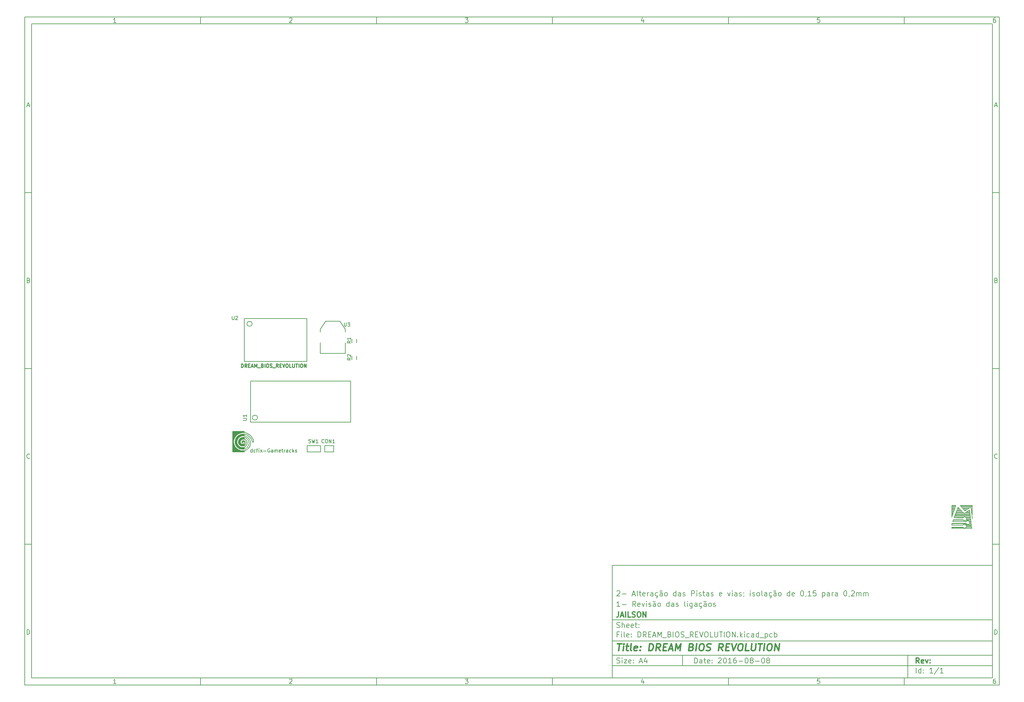
<source format=gbr>
G04 Output by CAMMaster V11.2.74  PentaLogix*
G04 Tue Aug 09 11:47:32 2016*
%FSLAX25Y25*%
%MOIN*%
%IPPOS*%
%ADD10C,0.003937*%
%ADD11C,0.005906*%
%ADD12C,0.011811*%
%ADD13C,0.015748*%
%ADD122C,0.007874*%
%ADD123C,0.009843*%
%ADD124C,0.005512*%
%ADD125C,0.005906*%

%LPD*%
X0Y0D2*D10*G1X1080925Y-586855D2*X1081180Y-586167D1*X1076334*X1076345Y-593015*X1076346Y-593580*X1076350Y-594849*X1076357Y-596020*X1076366Y-597069*X1076376Y-597973*X1076388Y-598708*X1076401Y-599251*X1076415Y-599578*X1076430Y-599667*Y-599665*X1076490Y-599497*X1076628Y-599106*X1076834Y-598520*X1077100Y-597761*X1077417Y-596855*X1077776Y-595828*X1078169Y-594703*X1078588Y-593507*X1078997Y-592335*X1079405Y-591170*X1079785Y-590086*X1080127Y-589111*X1080422Y-588272*X1080660Y-587599*X1080831Y-587117*X1080925Y-586855*X1083537Y-588198D2*X1083437Y-588168D1*X1083387Y-588211*X1083386Y-588212*X1083319Y-588385*X1083169Y-588779*X1082946Y-589368*X1082660Y-590126*X1082321Y-591030*X1081936Y-592053*X1081517Y-593171*X1081072Y-594359*X1078864Y-600256*X1083958Y-600291*X1089053Y-600325*X1089455Y-599866*X1089847Y-599514*X1090459Y-599226*X1091110Y-599175*X1091753Y-599359*X1092339Y-599782*X1092668Y-600198*X1092919Y-600829*X1092933Y-601482*X1092713Y-602109*X1092259Y-602662*X1091945Y-602893*X1091305Y-603141*X1090642Y-603153*X1090009Y-602933*X1089457Y-602483*X1089055Y-602026*X1078204*X1077793Y-603114*X1077714Y-603328*X1077544Y-603806*X1077427Y-604172*X1077383Y-604359*X1077403Y-604380*X1077539Y-604412*X1077814Y-604439*X1078244Y-604461*X1078845Y-604479*X1079630Y-604493*X1080617Y-604504*X1081820Y-604511*X1083254Y-604515*X1084936Y-604516*X1092489*X1092988Y-604065*X1093357Y-603790*X1094002Y-603535*X1094662Y-603517*X1095291Y-603735*X1095844Y-604187*X1096074Y-604502*X1096322Y-605141*X1096334Y-605804*X1096115Y-606436*X1095667Y-606988*X1095302Y-607250*X1094660Y-607481*X1094003Y-607472*X1093372Y-607224*X1092810Y-606741*X1092364Y-606220*X1076334*Y-608579*X1088638*X1089237Y-608060*X1089667Y-607747*X1090337Y-607473*X1090998Y-607444*X1091620Y-607660*X1092174Y-608119*X1092404Y-608434*X1092652Y-609073*X1092665Y-609736*X1092445Y-610368*X1091997Y-610919*X1091683Y-611150*X1091043Y-611398*X1090380Y-611410*X1089747Y-611189*X1089194Y-610740*X1088793Y-610283*X1076334*Y-612249*X1099405*X1099016Y-611888*X1098628Y-611528*X1097636Y-601764*X1097475Y-600180*X1097320Y-598663*X1097174Y-597233*X1097038Y-595914*X1096915Y-594727*X1096807Y-593693*X1096716Y-592833*X1096645Y-592170*X1096596Y-591724*X1096572Y-591518*X1096498Y-591037*X1094444Y-592357*X1093900Y-592706*X1093157Y-593185*X1092457Y-593638*X1091858Y-594027*X1091421Y-594312*X1091236Y-594431*X1090792Y-594696*X1090435Y-594880*X1090230Y-594948*X1090095Y-594857*X1089803Y-594594*X1089376Y-594181*X1088836Y-593639*X1088204Y-592990*X1087502Y-592254*X1086750Y-591454*X1086103Y-590762*X1085360Y-589971*X1084765Y-589347*X1084301Y-588873*X1083953Y-588534*X1083704Y-588314*X1083537Y-588198*X1099401Y-593900D2*Y-586167D1*X1085632*X1088277Y-589215*X1088559Y-589539*X1089200Y-590277*X1089778Y-590943*X1090272Y-591511*X1090659Y-591957*X1090918Y-592254*X1091027Y-592380*X1091095Y-592378*X1091356Y-592267*X1091775Y-592043*X1092315Y-591727*X1092940Y-591337*X1093047Y-591268*X1094121Y-590579*X1095000Y-590020*X1095704Y-589579*X1096257Y-589248*X1096682Y-589014*X1097001Y-588868*X1097237Y-588799*X1097412Y-588797*X1097550Y-588852*X1097672Y-588952*X1097801Y-589087*X1097854Y-589153*X1097917Y-589267*X1097975Y-589436*X1098034Y-589682*X1098095Y-590029*X1098163Y-590500*X1098240Y-591118*X1098330Y-591904*X1098436Y-592883*X1098560Y-594077*X1098707Y-595509*X1098830Y-596699*X1098950Y-597855*X1099060Y-598903*X1099158Y-599818*X1099240Y-600574*X1099304Y-601145*X1099347Y-601506*X1099367Y-601633*X1099373Y-601524*X1099379Y-601174*X1099384Y-600607*X1099389Y-599844*X1099393Y-598909*X1099396Y-597824*X1099399Y-596612*X1099401Y-595297*Y-593900*X1080144Y-588174D2*X1080381Y-587500D1*X1080553Y-587018*X1080647Y-586755*X1080756Y-586463*X1076630*X1076640Y-593015*X1076652Y-596018D2*X1076661Y-597066D1*X1076671Y-597969*X1076673Y-598085*X1076821Y-597663*X1077138Y-596758*X1077498Y-595730*X1077891Y-594606*X1078309Y-593409*X1078718Y-592238D2*X1079126Y-591072D1*X1079506Y-589988*X1079849Y-589013*X1080144Y-588174*X1076666Y-597514D2*X1076873D1*X1076660Y-596943D2*X1077073D1*X1076655Y-596372D2*X1077273D1*X1076630Y-586668D2*X1080680D1*X1086279Y-586463D2*X1088500Y-589021D1*X1089423Y-590084*X1090494Y-591317*X1090882Y-591763D2*X1091126Y-592044D1*X1092154Y-591480D2*X1092159Y-591476D1*X1092782Y-591087*X1092887Y-591020*X1093962Y-590331*X1094841Y-589771*X1095546Y-589330*X1096919Y-588585D2*X1097154Y-588516D1*X1097237Y-588504D2*X1097409Y-588502D1*X1097412*X1097521Y-588523D2*X1097658Y-588577D1*X1098534Y-591086D2*X1098623Y-591871D1*X1098729Y-592851*X1098854Y-594046*X1099104Y-596475*X1099105Y-595296*X1099106Y-593900*Y-586463*X1086279*X1099045Y-595904D2*X1099104D1*X1098986Y-595333D2*X1099105D1*X1098928Y-594763D2*X1099105D1*X1098869Y-594192D2*X1099106D1*X1098810Y-593621D2*X1099106D1*X1098750Y-593050D2*X1099106D1*X1098689Y-592479D2*X1099106D1*X1091008Y-591908D2*X1091411D1*X1098627D2*X1099106D1*X1098562Y-591337D2*X1099106D1*X1098499Y-590767D2*X1099106D1*X1098421Y-590196D2*X1099106D1*X1098136Y-589054D2*X1099106D1*X1086546Y-586770D2*X1099106D1*X1089721Y-599246D2*X1090334Y-598959D1*X1090436Y-598932D2*X1091087Y-598880D1*X1091192Y-598891D2*X1091835Y-599076D1*X1091926Y-599120D2*X1092512Y-599543D1*X1092571Y-599599D2*X1092900Y-600014D1*X1092943Y-600089D2*X1093193Y-600720D1*X1093214Y-600822D2*X1093229Y-601475D1*Y-601482*X1093212Y-601580D2*X1092992Y-602207D1*X1092941Y-602296D2*X1092488Y-602850D1*X1092434Y-602901D2*X1092119Y-603131D1*X1092051Y-603168D2*X1091411Y-603416D1*X1091310Y-603436D2*X1090648Y-603448D1*X1090642*X1090545Y-603432D2*X1089912Y-603211D1*X1089822Y-603162D2*X1089270Y-602712D1*X1089235Y-602678D2*X1088921Y-602321D1*X1078408*X1078070Y-603217*X1077991Y-603429*X1077824Y-603901*X1077748Y-604138*X1078751Y-604184D2*X1078766D1*X1078845*X1078850*X1079635Y-604198*X1080620Y-604208*X1081821Y-604215*X1083255Y-604219*X1084936Y-604221*X1092365*X1093248Y-603516D2*X1093894Y-603260D1*X1093994Y-603240D2*X1094654Y-603222D1*X1094662*X1094759Y-603238D2*X1095388Y-603456D1*X1095478Y-603507D2*X1096031Y-603959D1*X1096082Y-604013D2*X1096312Y-604328D1*X1096349Y-604395D2*X1096597Y-605035D1*X1096617Y-605136D2*X1096630Y-605798D1*Y-605804*X1096613Y-605900D2*X1096394Y-606533D1*X1096344Y-606623D2*X1095896Y-607174D1*X1095839Y-607227D2*X1095474Y-607489D1*X1095402Y-607527D2*X1094761Y-607759D1*X1094660Y-607777D2*X1093998Y-607767D1*X1093895Y-607746D2*X1093264Y-607498D1*X1093179Y-607447D2*X1092618Y-606965D1*X1092586Y-606933D2*X1092228Y-606515D1*X1076629*Y-608284*X1088528*X1089044Y-607837*X1089063Y-607822D2*X1089494Y-607508D1*X1089556Y-607474D2*X1090225Y-607200D1*X1090324Y-607178D2*X1090985Y-607149D1*X1090998*X1091094Y-607165D2*X1091717Y-607381D1*X1091808Y-607432D2*X1092363Y-607892D1*X1092412Y-607945D2*X1092643Y-608259D1*X1092680Y-608327D2*X1092927Y-608967D1*X1092947Y-609068D2*X1092960Y-609730D1*Y-609736*X1092944Y-609832D2*X1092724Y-610465D1*X1092674Y-610555D2*X1092226Y-611106D1*X1092172Y-611158D2*X1091857Y-611388D1*X1091789Y-611425D2*X1091149Y-611673D1*X1091048Y-611693D2*X1090386Y-611705D1*X1090380*X1090283Y-611689D2*X1089650Y-611468D1*X1089560Y-611418D2*X1089008Y-610969D1*X1088973Y-610935D2*X1088659Y-610578D1*X1076629*Y-611953*X1098652*X1098427Y-611744*X1098334Y-611558D2*X1097343Y-601794D1*X1097182Y-600210*X1097027Y-598693*X1096880Y-597264*X1096744Y-595945*X1096621Y-594758*X1096513Y-593724*X1096423Y-592864*X1096352Y-592202*X1096303Y-591758*X1096279Y-591558*X1096275Y-591531*X1094603Y-592605*X1094059Y-592955*X1093317Y-593433*X1092617Y-593886*X1092022Y-594272*X1090529Y-595159D2*X1090324Y-595228D1*X1090065Y-595193D2*X1089930Y-595102D1*X1088623Y-593843D2*X1087992Y-593196D1*X1087288Y-592458*X1086535Y-591657*X1085888Y-590964*X1085145Y-590174*X1084552Y-589552*X1084090Y-589080*X1084082Y-589071*X1083562Y-588576D2*X1083445Y-588884D1*X1083223Y-589472*X1082937Y-590230*X1082597Y-591134*X1082213Y-592157*X1081794Y-593275*X1081349Y-594462*X1079289Y-599964*X1088908Y-600029*X1076629Y-611953D2*X1098652D1*X1076629Y-610812D2*X1088864D1*X1076629Y-607957D2*X1088905D1*X1076629Y-606816D2*X1092485D1*X1077804Y-603961D2*X1092650D1*X1079450Y-599965D2*X1088961D1*X1095587Y-591973D2*X1096327D1*X1083356Y-589119D2*X1084128D1*X1076640Y-593015D2*X1076641Y-593579D1*X1078309Y-593409D2*X1078718Y-592238D1*X1076641Y-593579D2*X1076645Y-594848D1*X1076652Y-596018*X1090494Y-591317D2*X1090882Y-591763D1*D11*X400750Y-385406D2*X400937Y-385594D1*X401312Y-385781*X402437*X402812Y-385594*X403000Y-385406*X403187Y-385031*Y-384094*X403000Y-383719*X402812Y-383531*X402437Y-383344*X401875*X403187Y-381844*X400750*X399250D2*Y-385031D1*X399063Y-385406*X398875Y-385594*X398500Y-385781*X397750*X397375Y-385594*X397188Y-385406*X397000Y-385031*Y-381844*X383968Y-513469D2*X384343Y-513281D1*X384718Y-512906*X385093Y-512344*Y-516281*X386218D2*X383968D1*X382281Y-512344D2*Y-516281D1*X380031Y-512344*Y-516281*X376657Y-512344D2*X376282Y-512531D1*X375907Y-512906*X375719Y-513656*Y-514969*X375907Y-515719*X376282Y-516094*X376657Y-516281*X377406*X377781Y-516094*X378156Y-515719*X378344Y-514969*Y-513656*X378156Y-512906*X377781Y-512531*X377406Y-512344*X376657*X374219Y-512719D2*X374032Y-512531D1*X373469Y-512344*X373094*X372532Y-512531*X372157Y-512906*X371970Y-513281*X371782Y-514031*Y-514594*X371970Y-515344*X372157Y-515719*X372532Y-516094*X373094Y-516281*X373469*X374032Y-516094*X374219Y-515906*X404281Y-417407D2*Y-419844D1*X402031Y-417594*X401469Y-417407*X401094*X400719Y-417594*X400531Y-417782*X400344Y-418157*Y-419094*X400531Y-419469*X400719Y-419656*X402406Y-423406D2*Y-421906D1*X402219Y-421531*X402031Y-421344*X401656Y-421156*X401094*X400719Y-421344*X400531Y-421531*X400344Y-421906*Y-423406*X404281*Y-421156D2*X402406Y-422469D1*X401469Y-400656D2*X401281Y-400281D1*X400906Y-399906*X400344Y-399531*X404281*Y-398407D2*Y-400656D1*X402406Y-404406D2*Y-402906D1*X402219Y-402531*X402031Y-402344*X401656Y-402156*X401094*X400719Y-402344*X400531Y-402531*X400344Y-402906*Y-404406*X404281*Y-402156D2*X402406Y-403469D1*X277687Y-378281D2*X275250D1*X277500Y-376031*X277687Y-375469*Y-375094*X277500Y-374719*X277312Y-374531*X276937Y-374344*X276000*X275625Y-374531*X275437Y-374719*X273750Y-374344D2*Y-377531D1*X273563Y-377906*X273375Y-378094*X273000Y-378281*X272250*X271875Y-378094*X271688Y-377906*X271500Y-377531*Y-374344*X284969Y-487063D2*X284781Y-486688D1*X284406Y-486313*X283844Y-485938*X287781*Y-484813D2*Y-487063D1*X283844Y-488750D2*X287031D1*X287406Y-488937*X287594Y-489125*X287781Y-489500*Y-490250*X287594Y-490625*X287406Y-490812*X287031Y-491000*X283844*X365500Y-513469D2*X365875Y-513281D1*X366250Y-512906*X366624Y-512344*Y-516281*X367749D2*X365500D1*X364187Y-512344D2*X363250Y-516281D1*X362500Y-513469*X361750Y-516281*X360813Y-512344*X359500Y-512531D2*X358938Y-512344D1*X358001*X357626Y-512531*X357438Y-512719*X357251Y-513094*Y-513469*X357438Y-513844*X357626Y-514031*X358001Y-514219*X358750Y-514406*X359125Y-514594*X359313Y-514781*X359500Y-515156*Y-515531*X359313Y-515906*X359125Y-516094*X358750Y-516281*X357813*X357251Y-516094*X398000Y-392000D2*Y-389000D1*X392000Y-380000*X376000*X370000Y-389000*Y-392000*X398000Y-404000D2*Y-416000D1*X370000*Y-404000*X375000Y-526500D2*Y-519500D1*X385000Y-526500D2*Y-519500D1*X375000*Y-526500D2*X385000D1*X410657Y-419031D2*Y-422969D1*X405343D2*Y-419031D1*X410657Y-400031D2*Y-403969D1*X405343D2*Y-400031D1*X285000Y-425000D2*Y-377000D1*X355000*Y-425000*X285000*X292000Y-493000D2*Y-447000D1*X404000*Y-493000*X292000*X355500Y-526500D2*Y-519500D1*X370500*Y-526500*X355500*X1027568Y-753965D2*Y-779556D1*X775599Y-753965D2*Y-765776D1*X983136Y-687739D2*Y-684646D1*X982855Y-684083*X982292Y-683802*X981448*X980886Y-684083*X980605Y-684646*Y-687739D2*Y-684646D1*X980324Y-684083*X979761Y-683802*X978918*X978355Y-684083*X978074Y-684365*Y-687739D2*Y-683802D1*X975262Y-687739D2*Y-684646D1*X974981Y-684083*X974418Y-683802*X973574*X973012Y-684083*X972731Y-684646*Y-687739D2*Y-684646D1*X972450Y-684083*X971887Y-683802*X971044*X970481Y-684083*X970200Y-684365*Y-687739D2*Y-683802D1*X967669Y-687739D2*X964013D1*X967388Y-684365*X967669Y-683521*Y-682959*X967388Y-682396*X967107Y-682115*X966544Y-681834*X965138*X964576Y-682115*X964294Y-682396*X961482Y-688583D2*X961763Y-688302D1*X962045Y-687739*Y-687458*X957264Y-681834D2*X956702Y-682115D1*X956420Y-682396*X956139Y-682959*X955858Y-684083*Y-685490*X956139Y-686614*X956420Y-687177*X956702Y-687458*X957264Y-687739*X957826*X958389Y-687458*X958670Y-687177*X958951Y-686614*X959233Y-685490*Y-684083*X958951Y-682959*X958670Y-682396*X958389Y-682115*X957826Y-681834*X957264*X948828Y-685208D2*X948265Y-685490D1*X946859*X946297Y-685771*X946015Y-686333*Y-686896*X946297Y-687458*X946859Y-687739*X948265*X948828Y-687458*X946297Y-684083D2*X946859Y-683802D1*X947984*X948546Y-684083*X948828Y-684646*Y-687739*X944328Y-683802D2*X943766D1*X943203Y-684083*X942922Y-684365*X942641Y-684927*Y-687739D2*Y-683802D1*X939829Y-685208D2*X939266Y-685490D1*X937860*X937298Y-685771*X937017Y-686333*Y-686896*X937298Y-687458*X937860Y-687739*X939266*X939829Y-687458*X937298Y-684083D2*X937860Y-683802D1*X938985*X939547Y-684083*X939829Y-684646*Y-687739*X931955Y-687458D2*X932517Y-687739D1*X933642*X934204Y-687458*X934486Y-687177*X934767Y-686614*Y-684927*X934486Y-684365*X934204Y-684083*X933642Y-683802*X932517*X931955Y-684083*Y-683802D2*Y-689708D1*X921550Y-687177D2*X921831Y-687458D1*X922393Y-687739*X923799*X924362Y-687458*X924643Y-687177*X924924Y-686614*Y-685208*X924643Y-684646*X924362Y-684365*X923799Y-684083*X922393*X921831Y-684365*X921550Y-684646*X921831Y-681834*X924643*X915925Y-683521D2*X916488Y-683240D1*X917050Y-682677*X917613Y-681834*Y-687739*X919300D2*X915925D1*X913113Y-688583D2*X913394Y-688302D1*X913676Y-687739*Y-687458*X908895Y-681834D2*X908333Y-682115D1*X908051Y-682396*X907770Y-682959*X907489Y-684083*Y-685490*X907770Y-686614*X908051Y-687177*X908333Y-687458*X908895Y-687739*X909457*X910020Y-687458*X910301Y-687177*X910582Y-686614*X910864Y-685490*Y-684083*X910582Y-682959*X910301Y-682396*X910020Y-682115*X909457Y-681834*X908895*X897928Y-685771D2*X900740Y-685208D1*Y-684646*X900459Y-684083*X899896Y-683802*X898771*X898209Y-684083*X897928Y-684646*Y-686896*X898209Y-687458*X898771Y-687739*X899896*X900459Y-687458*X895397Y-684083D2*X894834Y-683802D1*X893709*X893147Y-684083*X892866Y-684365*X892585Y-684927*Y-686614*X892866Y-687177*X893147Y-687458*X893709Y-687739*X894834*X895397Y-687458*Y-687739D2*Y-681834D1*X883867Y-687739D2*X884711D1*X885273Y-687458*X885554Y-687177*X885835Y-686614*Y-684927*X885554Y-684365*X885273Y-684083*X884711Y-683802*X883867*X883304Y-684083*X883023Y-684365*X882742Y-684927*Y-686614*X883023Y-687177*X883304Y-687458*X883867Y-687739*X880211Y-681834D2*X879930Y-682115D1*X879367Y-682396*X878243Y-681834*X877680Y-682115*X877399Y-682396*X880211Y-685208D2*X879649Y-685490D1*X878243*X877680Y-685771*X877399Y-686333*Y-686896*X877680Y-687458*X878243Y-687739*X879649*X880211Y-687458*X877680Y-684083D2*X878243Y-683802D1*X879367*X879930Y-684083*X880211Y-684646*Y-687739*X873181Y-689708D2*X874024D1*X874587Y-689427*X874868Y-688864*X874587Y-688302*X874024Y-688020*X875149Y-684083D2*X874587Y-683802D1*X873462*X872900Y-684083*X872618Y-684365*X872337Y-684927*Y-686614*X872618Y-687177*X872900Y-687458*X873462Y-687739*X874587*X875149Y-687458*X869806Y-685208D2*X869244Y-685490D1*X867838*X867275Y-685771*X866994Y-686333*Y-686896*X867275Y-687458*X867838Y-687739*X869244*X869806Y-687458*X867275Y-684083D2*X867838Y-683802D1*X868963*X869525Y-684083*X869806Y-684646*Y-687739*X864182Y-681834D2*Y-686896D1*X864463Y-687458*X865026Y-687739*X859682D2*X860526D1*X861089Y-687458*X861370Y-687177*X861651Y-686614*Y-684927*X861370Y-684365*X861089Y-684083*X860526Y-683802*X859682*X859120Y-684083*X858839Y-684365*X858558Y-684927*Y-686614*X858839Y-687177*X859120Y-687458*X859682Y-687739*X856027Y-684083D2*X855464Y-683802D1*X854621*X854058Y-684083*X853777Y-684646*Y-684927*X854058Y-685490*X854621Y-685771*X855464*X856027Y-686052*X856308Y-686614*Y-686896*X856027Y-687458*X855464Y-687739*X854339*X853777Y-687458*X851246Y-682396D2*Y-681834D1*X851527Y-682115*X851246Y-682396*X850965Y-682115*X851246Y-681834*Y-687739D2*Y-683802D1*X843934Y-684646D2*Y-684083D1*X843653Y-684365*X843934Y-684646*X844216Y-684365*X843934Y-684083*X843653Y-688583D2*X843934Y-688302D1*X844216Y-687739*Y-687458*X841122Y-684083D2*X840560Y-683802D1*X839716*X839154Y-684083*X838873Y-684646*Y-684927*X839154Y-685490*X839716Y-685771*X840560*X841122Y-686052*X841403Y-686614*Y-686896*X841122Y-687458*X840560Y-687739*X839435*X838873Y-687458*X836342Y-685208D2*X835779Y-685490D1*X834373*X833811Y-685771*X833529Y-686333*Y-686896*X833811Y-687458*X834373Y-687739*X835779*X836342Y-687458*X833811Y-684083D2*X834373Y-683802D1*X835498*X836060Y-684083*X836342Y-684646*Y-687739*X830999Y-682396D2*Y-681834D1*X831280Y-682115*X830999Y-682396*X830717Y-682115*X830999Y-681834*Y-687739D2*Y-683802D1*X828749D2*X827343Y-687739D1*X825937Y-683802*X816657Y-685771D2*X819469Y-685208D1*Y-684646*X819188Y-684083*X818625Y-683802*X817500*X816938Y-684083*X816657Y-684646*Y-686896*X816938Y-687458*X817500Y-687739*X818625*X819188Y-687458*X809626Y-684083D2*X809064Y-683802D1*X808220*X807658Y-684083*X807376Y-684646*Y-684927*X807658Y-685490*X808220Y-685771*X809064*X809626Y-686052*X809907Y-686614*Y-686896*X809626Y-687458*X809064Y-687739*X807939*X807376Y-687458*X804846Y-685208D2*X804283Y-685490D1*X802877*X802315Y-685771*X802033Y-686333*Y-686896*X802315Y-687458*X802877Y-687739*X804283*X804846Y-687458*X802315Y-684083D2*X802877Y-683802D1*X804002*X804564Y-684083*X804846Y-684646*Y-687739*X800346D2*X799784D1*X799221Y-687458*X798940Y-686896*Y-681834*X798096Y-683802D2*X800346D1*X796128Y-684083D2*X795565Y-683802D1*X794722*X794159Y-684083*X793878Y-684646*Y-684927*X794159Y-685490*X794722Y-685771*X795565*X796128Y-686052*X796409Y-686614*Y-686896*X796128Y-687458*X795565Y-687739*X794441*X793878Y-687458*X791347Y-682396D2*Y-681834D1*X791628Y-682115*X791347Y-682396*X791066Y-682115*X791347Y-681834*Y-687739D2*Y-683802D1*X785442Y-684927D2*X787691D1*X788254Y-684646*X788535Y-684365*X788816Y-683802*Y-682959*X788535Y-682396*X788254Y-682115*X787691Y-681834*X785442*Y-687739*X778130Y-684083D2*X777568Y-683802D1*X776724*X776162Y-684083*X775880Y-684646*Y-684927*X776162Y-685490*X776724Y-685771*X777568*X778130Y-686052*X778411Y-686614*Y-686896*X778130Y-687458*X777568Y-687739*X776443*X775880Y-687458*X773349Y-685208D2*X772787Y-685490D1*X771381*X770819Y-685771*X770537Y-686333*Y-686896*X770819Y-687458*X771381Y-687739*X772787*X773349Y-687458*X770819Y-684083D2*X771381Y-683802D1*X772506*X773068Y-684083*X773349Y-684646*Y-687739*X768006Y-684083D2*X767444Y-683802D1*X766319*X765757Y-684083*X765475Y-684365*X765194Y-684927*Y-686614*X765475Y-687177*X765757Y-687458*X766319Y-687739*X767444*X768006Y-687458*Y-687739D2*Y-681834D1*X756477Y-687739D2*X757320D1*X757883Y-687458*X758164Y-687177*X758445Y-686614*Y-684927*X758164Y-684365*X757883Y-684083*X757320Y-683802*X756477*X755914Y-684083*X755633Y-684365*X755352Y-684927*Y-686614*X755633Y-687177*X755914Y-687458*X756477Y-687739*X752821Y-681834D2*X752540Y-682115D1*X751977Y-682396*X750852Y-681834*X750290Y-682115*X750009Y-682396*X752821Y-685208D2*X752258Y-685490D1*X750852*X750290Y-685771*X750009Y-686333*Y-686896*X750290Y-687458*X750852Y-687739*X752258*X752821Y-687458*X750290Y-684083D2*X750852Y-683802D1*X751977*X752540Y-684083*X752821Y-684646*Y-687739*X745790Y-689708D2*X746634D1*X747196Y-689427*X747478Y-688864*X747196Y-688302*X746634Y-688020*X747759Y-684083D2*X747196Y-683802D1*X746072*X745509Y-684083*X745228Y-684365*X744947Y-684927*Y-686614*X745228Y-687177*X745509Y-687458*X746072Y-687739*X747196*X747759Y-687458*X742416Y-685208D2*X741853Y-685490D1*X740447*X739885Y-685771*X739604Y-686333*Y-686896*X739885Y-687458*X740447Y-687739*X741853*X742416Y-687458*X739885Y-684083D2*X740447Y-683802D1*X741572*X742135Y-684083*X742416Y-684646*Y-687739*X737916Y-683802D2*X737354D1*X736792Y-684083*X736510Y-684365*X736229Y-684927*Y-687739D2*Y-683802D1*X730886Y-685771D2*X733698Y-685208D1*Y-684646*X733417Y-684083*X732855Y-683802*X731730*X731167Y-684083*X730886Y-684646*Y-686896*X731167Y-687458*X731730Y-687739*X732855*X733417Y-687458*X729199Y-687739D2*X728636D1*X728074Y-687458*X727793Y-686896*Y-681834*X726949Y-683802D2*X729199D1*X724699Y-681834D2*Y-686896D1*X724981Y-687458*X725543Y-687739*X722731D2*X720762Y-681834D1*X718794Y-687739*X719356Y-686052D2*X722168D1*X707826Y-685490D2*X712326D1*X705296Y-687739D2*X701640D1*X705014Y-684365*X705296Y-683521*Y-682959*X705014Y-682396*X704733Y-682115*X704171Y-681834*X702765*X702202Y-682115*X701921Y-682396*X812157Y-695894D2*X811595Y-695613D1*X810751*X810189Y-695894*X809907Y-696457*Y-696738*X810189Y-697301*X810751Y-697582*X811595*X812157Y-697863*X812438Y-698425*Y-698707*X812157Y-699269*X811595Y-699550*X810470*X809907Y-699269*X805689Y-699550D2*X806533D1*X807095Y-699269*X807376Y-698988*X807658Y-698425*Y-696738*X807376Y-696176*X807095Y-695894*X806533Y-695613*X805689*X805127Y-695894*X804846Y-696176*X804564Y-696738*Y-698425*X804846Y-698988*X805127Y-699269*X805689Y-699550*X802033Y-693645D2*X801752Y-693926D1*X801190Y-694207*X800065Y-693645*X799502Y-693926*X799221Y-694207*X802033Y-697019D2*X801471Y-697301D1*X800065*X799502Y-697582*X799221Y-698144*Y-698707*X799502Y-699269*X800065Y-699550*X801471*X802033Y-699269*X799502Y-695894D2*X800065Y-695613D1*X801190*X801752Y-695894*X802033Y-696457*Y-699550*X795003Y-701519D2*X795847D1*X796409Y-701238*X796690Y-700675*X796409Y-700113*X795847Y-699831*X796972Y-695894D2*X796409Y-695613D1*X795284*X794722Y-695894*X794441Y-696176*X794159Y-696738*Y-698425*X794441Y-698988*X794722Y-699269*X795284Y-699550*X796409*X796972Y-699269*X791628Y-697019D2*X791066Y-697301D1*X789660*X789098Y-697582*X788816Y-698144*Y-698707*X789098Y-699269*X789660Y-699550*X791066*X791628Y-699269*X789098Y-695894D2*X789660Y-695613D1*X790785*X791347Y-695894*X791628Y-696457*Y-699550*X786285Y-695894D2*X785723Y-695613D1*X784598*X784036Y-695894*X783754Y-696176*X783473Y-696738*Y-698425*X783754Y-698988*X784036Y-699269*X784598Y-699550*X785723*X786285Y-699269*X783754Y-701238D2*X784317Y-701519D1*X785161*X785723Y-701238*X786004Y-700956*X786285Y-700394*Y-695613*X780942Y-694207D2*Y-693645D1*X781224Y-693926*X780942Y-694207*X780661Y-693926*X780942Y-693645*Y-699550D2*Y-695613D1*X777849Y-693645D2*Y-698707D1*X778130Y-699269*X778693Y-699550*X770537Y-695894D2*X769975Y-695613D1*X769131*X768569Y-695894*X768288Y-696457*Y-696738*X768569Y-697301*X769131Y-697582*X769975*X770537Y-697863*X770819Y-698425*Y-698707*X770537Y-699269*X769975Y-699550*X768850*X768288Y-699269*X765757Y-697019D2*X765194Y-697301D1*X763788*X763226Y-697582*X762945Y-698144*Y-698707*X763226Y-699269*X763788Y-699550*X765194*X765757Y-699269*X763226Y-695894D2*X763788Y-695613D1*X764913*X765475Y-695894*X765757Y-696457*Y-699550*X760414Y-695894D2*X759851Y-695613D1*X758726*X758164Y-695894*X757883Y-696176*X757601Y-696738*Y-698425*X757883Y-698988*X758164Y-699269*X758726Y-699550*X759851*X760414Y-699269*Y-699550D2*Y-693645D1*X748884Y-699550D2*X749727D1*X750290Y-699269*X750571Y-698988*X750852Y-698425*Y-696738*X750571Y-696176*X750290Y-695894*X749727Y-695613*X748884*X748321Y-695894*X748040Y-696176*X747759Y-696738*Y-698425*X748040Y-698988*X748321Y-699269*X748884Y-699550*X745228Y-693645D2*X744947Y-693926D1*X744384Y-694207*X743259Y-693645*X742697Y-693926*X742416Y-694207*X745228Y-697019D2*X744666Y-697301D1*X743259*X742697Y-697582*X742416Y-698144*Y-698707*X742697Y-699269*X743259Y-699550*X744666*X745228Y-699269*X742697Y-695894D2*X743259Y-695613D1*X744384*X744947Y-695894*X745228Y-696457*Y-699550*X739885Y-695894D2*X739322Y-695613D1*X738479*X737916Y-695894*X737635Y-696457*Y-696738*X737916Y-697301*X738479Y-697582*X739322*X739885Y-697863*X740166Y-698425*Y-698707*X739885Y-699269*X739322Y-699550*X738198*X737635Y-699269*X735104Y-694207D2*Y-693645D1*X735385Y-693926*X735104Y-694207*X734823Y-693926*X735104Y-693645*Y-699550D2*Y-695613D1*X732855D2*X731448Y-699550D1*X730042Y-695613*X725262Y-697582D2*X728074Y-697019D1*Y-696457*X727793Y-695894*X727230Y-695613*X726105*X725543Y-695894*X725262Y-696457*Y-698707*X725543Y-699269*X726105Y-699550*X727230*X727793Y-699269*X719637Y-696738D2*X721887D1*X722450Y-696457*X722731Y-696176*X723012Y-695613*Y-694770*X722731Y-694207*X722450Y-693926*X721887Y-693645*X719637*Y-699550*X723012D2*X721044Y-696738D1*X707826Y-697301D2*X712326D1*X701921Y-695332D2*X702483Y-695051D1*X703046Y-694488*X703608Y-693645*Y-699550*X705296D2*X701921D1*X726668Y-720079D2*Y-719517D1*X726387Y-719798*X726668Y-720079*X726949Y-719798*X726668Y-719517*Y-723172D2*Y-722610D1*X726387Y-722891*X726668Y-723172*X726949Y-722891*X726668Y-722610*X724699Y-723172D2*X724137D1*X723574Y-722891*X723293Y-722329*Y-717267*X722450Y-719235D2*X724699D1*X717950Y-721204D2*X720762Y-720641D1*Y-720079*X720481Y-719517*X719919Y-719235*X718794*X718231Y-719517*X717950Y-720079*Y-722329*X718231Y-722891*X718794Y-723172*X719919*X720481Y-722891*X712888Y-721204D2*X715700Y-720641D1*Y-720079*X715419Y-719517*X714857Y-719235*X713732*X713170Y-719517*X712888Y-720079*Y-722329*X713170Y-722891*X713732Y-723172*X714857*X715419Y-722891*X707826Y-719798D2*X708108Y-719517D1*X708670Y-719235*X709514*X710076Y-719517*X710357Y-720079*Y-723172*X707826D2*Y-717267D1*X705296Y-717548D2*X704452Y-717267D1*X703046*X702483Y-717548*X702202Y-717829*X701921Y-718392*Y-718954*X702202Y-719517*X702483Y-719798*X703046Y-720079*X704171Y-720360*X704733Y-720641*X705014Y-720923*X705296Y-721485*Y-722047*X705014Y-722610*X704733Y-722891*X704171Y-723172*X702765*X701921Y-722891*X696859Y-714595D2*X1122056D1*X878243Y-733521D2*X878805Y-733802D1*X879930*X880492Y-733521*X880774Y-733240*X881055Y-732677*Y-730990*X880774Y-730428*X880492Y-730146*X879930Y-729865*X878805*X878243Y-730146*Y-733802D2*Y-727897D1*X875712Y-730146D2*X875149Y-729865D1*X874024*X873462Y-730146*X873181Y-730428*X872900Y-730990*Y-732677*X873181Y-733240*X873462Y-733521*X874024Y-733802*X875149*X875712Y-733521*X867838D2*X868400Y-733802D1*X869525*X870087Y-733521*X870369Y-733240*X870650Y-732677*Y-730990*X870369Y-730428*X870087Y-730146*X869525Y-729865*X868400*X867838Y-730146*Y-729865D2*Y-735771D1*X861932Y-734365D2*X866432D1*X860526Y-730146D2*X859964Y-729865D1*X858839*X858276Y-730146*X857995Y-730428*X857714Y-730990*Y-732677*X857995Y-733240*X858276Y-733521*X858839Y-733802*X859964*X860526Y-733521*Y-733802D2*Y-727897D1*X855183Y-731271D2*X854621Y-731553D1*X853215*X852652Y-731834*X852371Y-732396*Y-732959*X852652Y-733521*X853215Y-733802*X854621*X855183Y-733521*X852652Y-730146D2*X853215Y-729865D1*X854339*X854902Y-730146*X855183Y-730709*Y-733802*X850121Y-730146D2*X849559Y-729865D1*X848434*X847871Y-730146*X847590Y-730428*X847309Y-730990*Y-732677*X847590Y-733240*X847871Y-733521*X848434Y-733802*X849559*X850121Y-733521*X844778Y-728459D2*Y-727897D1*X845059Y-728178*X844778Y-728459*X844497Y-728178*X844778Y-727897*Y-733802D2*Y-729865D1*X842247D2*X839997Y-732115D1*X840560Y-731553D2*X842247Y-733802D1*X839997D2*Y-727897D1*X837185Y-733802D2*Y-733240D1*X836904Y-733521*X837185Y-733802*X837466Y-733521*X837185Y-733240*X834373Y-727897D2*Y-733802D1*X830999Y-727897*Y-733802*X825937Y-727897D2*X825374Y-728178D1*X824812Y-728740*X824531Y-729865*Y-731834*X824812Y-732959*X825374Y-733521*X825937Y-733802*X827062*X827624Y-733521*X828186Y-732959*X828468Y-731834*Y-729865*X828186Y-728740*X827624Y-728178*X827062Y-727897*X825937*X822000Y-733802D2*Y-727897D1*X818344Y-733802D2*Y-727897D1*X816657D2*X820031D1*X814688D2*Y-732677D1*X814407Y-733240*X814126Y-733521*X813563Y-733802*X812438*X811876Y-733521*X811595Y-733240*X811314Y-732677*Y-727897*X806533D2*Y-733802D1*X809345*X801471Y-727897D2*X800909Y-728178D1*X800346Y-728740*X800065Y-729865*Y-731834*X800346Y-732959*X800909Y-733521*X801471Y-733802*X802596*X803158Y-733521*X803721Y-732959*X804002Y-731834*Y-729865*X803721Y-728740*X803158Y-728178*X802596Y-727897*X801471*X798378D2*X796409Y-733802D1*X794441Y-727897*X792753D2*X789941D1*Y-733802*X792753*X789941Y-730709D2*X791910D1*X784036Y-730990D2*X786285D1*X786848Y-730709*X787129Y-730428*X787410Y-729865*Y-729022*X787129Y-728459*X786848Y-728178*X786285Y-727897*X784036*Y-733802*X787410D2*X785442Y-730990D1*X778130Y-734365D2*X782630D1*X777005Y-728178D2*X776162Y-727897D1*X774756*X774193Y-728178*X773912Y-728459*X773631Y-729022*Y-729584*X773912Y-730146*X774193Y-730428*X774756Y-730709*X775880Y-730990*X776443Y-731271*X776724Y-731553*X777005Y-732115*Y-732677*X776724Y-733240*X776443Y-733521*X775880Y-733802*X774474*X773631Y-733521*X768850Y-727897D2*X768288Y-728178D1*X767725Y-728740*X767444Y-729865*Y-731834*X767725Y-732959*X768288Y-733521*X768850Y-733802*X769975*X770537Y-733521*X771100Y-732959*X771381Y-731834*Y-729865*X771100Y-728740*X770537Y-728178*X769975Y-727897*X768850*X764913Y-733802D2*Y-727897D1*X759008Y-730709D2*X760976D1*X761538Y-730428*X761820Y-730146*X762101Y-729584*Y-729022*X761820Y-728459*X761538Y-728178*X760976Y-727897*X759008*Y-733802*X761257*X761820Y-733521*X762101Y-733240*X762382Y-732677*Y-731834*X762101Y-731271*X761820Y-730990*X760976Y-730709*X753102Y-734365D2*X757601D1*X751696Y-733802D2*Y-727897D1*X749727Y-732115*X747759Y-727897*Y-733802*X745790D2*X743822Y-727897D1*X741853Y-733802*X742416Y-732115D2*X745228D1*X740166Y-727897D2*X737354D1*Y-733802*X740166*X737354Y-730709D2*X739322D1*X731448Y-730990D2*X733698D1*X734261Y-730709*X734542Y-730428*X734823Y-729865*Y-729022*X734542Y-728459*X734261Y-728178*X733698Y-727897*X731448*Y-733802*X734823D2*X732855Y-730990D1*X725543Y-733802D2*X726949D1*X727793Y-733521*X728355Y-732959*X728636Y-732396*X728918Y-731271*Y-730428*X728636Y-729303*X728355Y-728740*X727793Y-728178*X726949Y-727897*X725543*Y-733802*X718231Y-730709D2*Y-730146D1*X717950Y-730428*X718231Y-730709*X718513Y-730428*X718231Y-730146*Y-733802D2*Y-733240D1*X717950Y-733521*X718231Y-733802*X718513Y-733521*X718231Y-733240*X712888Y-731834D2*X715700Y-731271D1*Y-730709*X715419Y-730146*X714857Y-729865*X713732*X713170Y-730146*X712888Y-730709*Y-732959*X713170Y-733521*X713732Y-733802*X714857*X715419Y-733521*X710076Y-727897D2*Y-732959D1*X710357Y-733521*X710920Y-733802*X707264Y-728459D2*Y-727897D1*X707545Y-728178*X707264Y-728459*X706983Y-728178*X707264Y-727897*Y-733802D2*Y-729865D1*X705014Y-727897D2*X702202D1*Y-733802*X704171Y-730709D2*X702202D1*X696859Y-738217D2*X1122056D1*X1063844Y-769741D2*X1064407Y-769460D1*X1064969Y-768898*X1065532Y-768054*Y-773960*X1067219D2*X1063844D1*X1062157Y-767773D2*X1057095Y-775366D1*X1052033Y-769741D2*X1052596Y-769460D1*X1053158Y-768898*X1053721Y-768054*Y-773960*X1055408D2*X1052033D1*X1045003Y-770866D2*Y-770304D1*X1044722Y-770585*X1045003Y-770866*X1045284Y-770585*X1045003Y-770304*Y-773960D2*Y-773397D1*X1044722Y-773679*X1045003Y-773960*X1045284Y-773679*X1045003Y-773397*X1042191Y-770304D2*X1041628Y-770023D1*X1040504*X1039941Y-770304*X1039660Y-770585*X1039379Y-771148*Y-772835*X1039660Y-773397*X1039941Y-773679*X1040504Y-773960*X1041628*X1042191Y-773679*Y-773960D2*Y-768054D1*X1036848Y-773960D2*Y-768054D1*X736229Y-760968D2*X732573D1*X733979Y-756749*X735385Y-758999D2*Y-762936D1*X730886D2*X728918Y-757031D1*X726949Y-762936*X727511Y-761249D2*X730324D1*X720481Y-759843D2*Y-759280D1*X720200Y-759562*X720481Y-759843*X720762Y-759562*X720481Y-759280*Y-762936D2*Y-762374D1*X720200Y-762655*X720481Y-762936*X720762Y-762655*X720481Y-762374*X715138Y-760968D2*X717950Y-760405D1*Y-759843*X717669Y-759280*X717107Y-758999*X715982*X715419Y-759280*X715138Y-759843*Y-762092*X715419Y-762655*X715982Y-762936*X717107*X717669Y-762655*X713170Y-762936D2*X710076D1*X713170Y-758999*X710076*X707826Y-757593D2*Y-757031D1*X708108Y-757312*X707826Y-757593*X707545Y-757312*X707826Y-757031*Y-762936D2*Y-758999D1*X705296Y-757312D2*X704452Y-757031D1*X703046*X702483Y-757312*X702202Y-757593*X701921Y-758155*Y-758718*X702202Y-759280*X702483Y-759562*X703046Y-759843*X704171Y-760124*X704733Y-760405*X705014Y-760686*X705296Y-761249*Y-761811*X705014Y-762374*X704733Y-762655*X704171Y-762936*X702765*X701921Y-762655*X696859Y-753965D2*X1122056D1*X696859Y-765776D2*X1122056D1*X871775Y-759562D2*X872337Y-759843D1*X872618Y-760124*X872900Y-760686*Y-761811*X872618Y-762374*X872337Y-762655*X871775Y-762936*X870650*X870087Y-762655*X869806Y-762374*X869525Y-761811*Y-760686*X869806Y-760124*X870087Y-759843*X870650Y-759562*X871775*X872337Y-759280*X872618Y-758999*X872900Y-758437*Y-758155*X872618Y-757593*X872337Y-757312*X871775Y-757031*X870650*X870087Y-757312*X869806Y-757593*X869525Y-758155*Y-758437*X869806Y-758999*X870087Y-759280*X870650Y-759562*X865307Y-757031D2*X864744Y-757312D1*X864463Y-757593*X864182Y-758155*X863901Y-759280*Y-760686*X864182Y-761811*X864463Y-762374*X864744Y-762655*X865307Y-762936*X865869*X866432Y-762655*X866713Y-762374*X866994Y-761811*X867275Y-760686*Y-759280*X866994Y-758155*X866713Y-757593*X866432Y-757312*X865869Y-757031*X865307*X856870Y-760686D2*X861370D1*X853214Y-759562D2*X853777Y-759843D1*X854058Y-760124*X854339Y-760686*Y-761811*X854058Y-762374*X853777Y-762655*X853214Y-762936*X852090*X851527Y-762655*X851246Y-762374*X850965Y-761811*Y-760686*X851246Y-760124*X851527Y-759843*X852090Y-759562*X853214*X853777Y-759280*X854058Y-758999*X854339Y-758437*Y-758155*X854058Y-757593*X853777Y-757312*X853214Y-757031*X852090*X851527Y-757312*X851246Y-757593*X850965Y-758155*Y-758437*X851246Y-758999*X851527Y-759280*X852090Y-759562*X846747Y-757031D2*X846184Y-757312D1*X845903Y-757593*X845622Y-758155*X845340Y-759280*Y-760686*X845622Y-761811*X845903Y-762374*X846184Y-762655*X846747Y-762936*X847309*X847871Y-762655*X848153Y-762374*X848434Y-761811*X848715Y-760686*Y-759280*X848434Y-758155*X848153Y-757593*X847871Y-757312*X847309Y-757031*X846747*X838310Y-760686D2*X842810D1*X832405Y-760405D2*X832686Y-759843D1*X832967Y-759562*X833529Y-759280*X834654*X835217Y-759562*X835498Y-759843*X835779Y-760405*Y-761811*X835498Y-762374*X835217Y-762655*X834654Y-762936*X833529*X832967Y-762655*X832686Y-762374*X832405Y-761811*Y-759562*X832686Y-758437*X833248Y-757593*X833529Y-757312*X834092Y-757031*X835217*X826780Y-758718D2*X827343Y-758437D1*X827905Y-757874*X828468Y-757031*Y-762936*X830155D2*X826780D1*X822562Y-757031D2*X822000Y-757312D1*X821718Y-757593*X821437Y-758155*X821156Y-759280*Y-760686*X821437Y-761811*X821718Y-762374*X822000Y-762655*X822562Y-762936*X823125*X823687Y-762655*X823968Y-762374*X824249Y-761811*X824531Y-760686*Y-759280*X824249Y-758155*X823968Y-757593*X823687Y-757312*X823125Y-757031*X822562*X818906Y-762936D2*X815251D1*X818625Y-759562*X818906Y-758718*Y-758155*X818625Y-757593*X818344Y-757312*X817781Y-757031*X816375*X815813Y-757312*X815532Y-757593*X808501Y-759843D2*Y-759280D1*X808220Y-759562*X808501Y-759843*X808783Y-759562*X808501Y-759280*Y-762936D2*Y-762374D1*X808220Y-762655*X808501Y-762936*X808783Y-762655*X808501Y-762374*X803158Y-760968D2*X805970Y-760405D1*Y-759843*X805689Y-759280*X805127Y-758999*X804002*X803439Y-759280*X803158Y-759843*Y-762092*X803439Y-762655*X804002Y-762936*X805127*X805689Y-762655*X801471Y-762936D2*X800909D1*X800346Y-762655*X800065Y-762092*Y-757031*X799221Y-758999D2*X801471D1*X797253Y-760405D2*X796690Y-760686D1*X795284*X794722Y-760968*X794441Y-761530*Y-762092*X794722Y-762655*X795284Y-762936*X796690*X797253Y-762655*X794722Y-759280D2*X795284Y-758999D1*X796409*X796972Y-759280*X797253Y-759843*Y-762936*X788816D2*X790222D1*X791066Y-762655*X791628Y-762092*X791910Y-761530*X792191Y-760405*Y-759562*X791910Y-758437*X791628Y-757874*X791066Y-757312*X790222Y-757031*X788816*Y-762936*X1124652Y-730662D2*X1125871D1*X1126602Y-730418*X1127090Y-729931*X1127333Y-729443*X1127577Y-728468*Y-727737*X1127333Y-726762*X1127090Y-726275*X1126602Y-725787*X1125871Y-725544*X1124652*Y-730662*X1127577Y-529181D2*X1127333Y-528937D1*X1126602Y-528693*X1126115*X1125384Y-528937*X1124896Y-529424*X1124652Y-529912*X1124409Y-530887*Y-531618*X1124652Y-532593*X1124896Y-533080*X1125384Y-533568*X1126115Y-533811*X1126602*X1127333Y-533568*X1127577Y-533324*X1124652Y-334280D2*X1126359D1*X1126846Y-334036*X1127090Y-333793*X1127333Y-333305*Y-332818*X1127090Y-332330*X1126846Y-332087*X1126359Y-331843*X1124652*Y-336961*X1126602*X1127090Y-336717*X1127333Y-336474*X1127577Y-335986*Y-335255*X1127333Y-334768*X1127090Y-334524*X1126359Y-334280*X1127699Y-140111D2*X1125993Y-134993D1*X1124287Y-140111*X1124774Y-138648D2*X1127211D1*X1129930Y-629921D2*X1122056D1*X1129930Y-433071D2*X1122056D1*X1129930Y-236220D2*X1122056D1*X41967Y-730662D2*X43185D1*X43916Y-730418*X44404Y-729931*X44648Y-729443*X44891Y-728468*Y-727737*X44648Y-726762*X44404Y-726275*X43916Y-725787*X43185Y-725544*X41967*Y-730662*X44891Y-529181D2*X44648Y-528937D1*X43916Y-528693*X43429*X42698Y-528937*X42210Y-529424*X41967Y-529912*X41723Y-530887*Y-531618*X41967Y-532593*X42210Y-533080*X42698Y-533568*X43429Y-533811*X43916*X44648Y-533568*X44891Y-533324*X41967Y-334280D2*X43673D1*X44160Y-334036*X44404Y-333793*X44648Y-333305*Y-332818*X44404Y-332330*X44160Y-332087*X43673Y-331843*X41967*Y-336961*X43916*X44404Y-336717*X44648Y-336474*X44891Y-335986*Y-335255*X44648Y-334768*X44404Y-334524*X43673Y-334280*X45013Y-140111D2*X43307Y-134993D1*X41601Y-140111*X42089Y-138648D2*X44526D1*X39370Y-629921D2*X47244D1*X39370Y-433071D2*X47244D1*X39370Y-236220D2*X47244D1*X1123022Y-783615D2*X1123266Y-783127D1*X1123510Y-782884*X1123997Y-782640*X1124972*X1125459Y-782884*X1125703Y-783127*X1125947Y-783615*Y-784833*X1125703Y-785321*X1125459Y-785565*X1124972Y-785808*X1123997*X1123510Y-785565*X1123266Y-785321*X1123022Y-784833*Y-782884*X1123266Y-781909*X1123753Y-781178*X1123997Y-780934*X1124484Y-780690*X1125459*X926172Y-785321D2*X926415Y-785565D1*X926903Y-785808*X928121*X928609Y-785565*X928853Y-785321*X929096Y-784833*Y-783615*X928853Y-783127*X928609Y-782884*X928121Y-782640*X926903*X926415Y-782884*X926172Y-783127*X926415Y-780690*X928853*X732490Y-784102D2*X729321D1*X730540Y-780446*X731759Y-782396D2*Y-785808D1*X532227Y-785321D2*X532471Y-785565D1*X532958Y-785808*X534421*X534908Y-785565*X535152Y-785321*X535396Y-784833*Y-783615*X535152Y-783127*X534908Y-782884*X534421Y-782640*X533690*X535396Y-780690*X532227*X338545Y-785808D2*X335377D1*X338301Y-782884*X338545Y-782152*Y-781665*X338301Y-781178*X338058Y-780934*X337570Y-780690*X336352*X335864Y-780934*X335621Y-781178*X138770Y-782152D2*X139258Y-781909D1*X139745Y-781421*X140232Y-780690*Y-785808*X141695D2*X138770D1*X1023622Y-779556D2*Y-787430D1*X826772Y-779556D2*Y-787430D1*X629921Y-779556D2*Y-787430D1*X433071Y-779556D2*Y-787430D1*X236220Y-779556D2*Y-787430D1*X1123022Y-43429D2*X1123266Y-42941D1*X1123510Y-42698*X1123997Y-42454*X1124972*X1125459Y-42698*X1125703Y-42941*X1125947Y-43429*Y-44648*X1125703Y-45135*X1125459Y-45379*X1124972Y-45622*X1123997*X1123510Y-45379*X1123266Y-45135*X1123022Y-44648*Y-42698*X1123266Y-41723*X1123753Y-40992*X1123997Y-40748*X1124484Y-40504*X1125459*X926172Y-45135D2*X926415Y-45379D1*X926903Y-45622*X928121*X928609Y-45379*X928853Y-45135*X929096Y-44648*Y-43429*X928853Y-42941*X928609Y-42698*X928121Y-42454*X926903*X926415Y-42698*X926172Y-42941*X926415Y-40504*X928853*X732490Y-43916D2*X729321D1*X730540Y-40261*X731759Y-42210D2*Y-45622D1*X532227Y-45135D2*X532471Y-45379D1*X532958Y-45622*X534421*X534908Y-45379*X535152Y-45135*X535396Y-44648*Y-43429*X535152Y-42941*X534908Y-42698*X534421Y-42454*X533690*X535396Y-40504*X532227*X338545Y-45622D2*X335377D1*X338301Y-42698*X338545Y-41967*Y-41479*X338301Y-40992*X338058Y-40748*X337570Y-40504*X336352*X335864Y-40748*X335621Y-40992*X138770Y-41967D2*X139258Y-41723D1*X139745Y-41235*X140232Y-40504*Y-45622*X141695D2*X138770D1*X1023622Y-47244D2*Y-39370D1*X826772Y-47244D2*Y-39370D1*X629921Y-47244D2*Y-39370D1*X433071Y-47244D2*Y-39370D1*X236220Y-47244D2*Y-39370D1*X47244Y-47244D2*X1122056D1*Y-779556*X47244*Y-47244*X39370Y-39370D2*X1129930D1*Y-787430*X39370*Y-39370*X696859Y-653572D2*X1122056D1*Y-779556*X696859*Y-653572*D12*X734542Y-705456D2*Y-711361D1*X731167Y-705456*Y-711361*X726105Y-705456D2*X725543Y-705737D1*X724981Y-706299*X724699Y-707424*Y-709393*X724981Y-710518*X725543Y-711080*X726105Y-711361*X727230*X727793Y-711080*X728355Y-710518*X728636Y-709393*Y-707424*X728355Y-706299*X727793Y-705737*X727230Y-705456*X726105*X722450Y-705737D2*X721606Y-705456D1*X720200*X719637Y-705737*X719356Y-706018*X719075Y-706581*Y-707143*X719356Y-707706*X719637Y-707987*X720200Y-708268*X721325Y-708549*X721887Y-708830*X722168Y-709112*X722450Y-709674*Y-710236*X722168Y-710799*X721887Y-711080*X721325Y-711361*X719919*X719075Y-711080*X714576Y-705456D2*Y-711361D1*X717388*X711763D2*Y-705456D1*X709795Y-711361D2*X707826Y-705456D1*X705858Y-711361*X706420Y-709674D2*X709233D1*X701640Y-711361D2*X702202D1*X703046Y-711080*X703608Y-710518*X703889Y-709674*Y-705456*X1052315Y-759843D2*Y-759280D1*X1052033Y-759562*X1052315Y-759843*X1052596Y-759562*X1052315Y-759280*Y-762936D2*Y-762374D1*X1052033Y-762655*X1052315Y-762936*X1052596Y-762655*X1052315Y-762374*X1050065Y-758999D2*X1048659Y-762936D1*X1047253Y-758999*X1042472Y-760968D2*X1045284Y-760405D1*Y-759843*X1045003Y-759280*X1044441Y-758999*X1043316*X1042753Y-759280*X1042472Y-759843*Y-762092*X1042753Y-762655*X1043316Y-762936*X1044441*X1045003Y-762655*X1036848Y-760124D2*X1039098D1*X1039660Y-759843*X1039941Y-759562*X1040222Y-758999*Y-758155*X1039941Y-757593*X1039660Y-757312*X1039098Y-757031*X1036848*Y-762936*X1040222D2*X1038254Y-760124D1*D13*X883679Y-740992D2*X882695Y-748866D1*X879180Y-740992*X878196Y-748866*X872431Y-740992D2*X871634Y-741367D1*X870790Y-742117*X870228Y-743617*X869900Y-746241*X870087Y-747741*X870744Y-748491*X871447Y-748866*X872946*X873743Y-748491*X874587Y-747741*X875149Y-746241*X875477Y-743617*X875290Y-742117*X874634Y-741367*X873931Y-740992*X872431*X866197Y-748866D2*X867182Y-740992D1*X861323Y-748866D2*X862307Y-740992D1*X860057D2*X864557D1*X857433D2*X856636Y-747366D1*X856167Y-748116*X855745Y-748491*X854949Y-748866*X853449*X852746Y-748491*X852418Y-748116*X852137Y-747366*X852933Y-740992*X846559D2*X845575Y-748866D1*X849324*X839810Y-740992D2*X839013Y-741367D1*X838170Y-742117*X837607Y-743617*X837279Y-746241*X837466Y-747741*X838123Y-748491*X838826Y-748866*X840326*X841122Y-748491*X841966Y-747741*X842528Y-746241*X842856Y-743617*X842669Y-742117*X842013Y-741367*X841310Y-740992*X839810*X835685D2*X832077Y-748866D1*X830436Y-740992*X828186D2*X824437D1*X823453Y-748866*X827202*X823968Y-744741D2*X826593D1*X816047Y-745116D2*X819047D1*X819844Y-744741*X820266Y-744367*X820734Y-743617*X820875Y-742492*X820594Y-741742*X820266Y-741367*X819562Y-740992*X816563*X815579Y-748866*X820078D2*X817922Y-745116D1*X807142Y-741367D2*X806064Y-740992D1*X804189*X803393Y-741367*X802971Y-741742*X802502Y-742492*X802408Y-743242*X802690Y-743992*X803018Y-744367*X803721Y-744741*X805174Y-745116*X805877Y-745491*X806205Y-745866*X806486Y-746616*X806392Y-747366*X805924Y-748116*X805502Y-748491*X804705Y-748866*X802830*X801752Y-748491*X796315Y-740992D2*X795519Y-741367D1*X794675Y-742117*X794113Y-743617*X793784Y-746241*X793972Y-747741*X794628Y-748491*X795331Y-748866*X796831*X797628Y-748491*X798471Y-747741*X799034Y-746241*X799362Y-743617*X799174Y-742117*X798518Y-741367*X797815Y-740992*X796315*X790082Y-748866D2*X791066Y-740992D1*X782723Y-744741D2*X785348D1*X786145Y-744367*X786567Y-743992*X787035Y-743242*X787129Y-742492*X786848Y-741742*X786520Y-741367*X785817Y-740992*X783192*X782208Y-748866*X785207*X786004Y-748491*X786426Y-748116*X786895Y-747366*X787035Y-746241*X786754Y-745491*X786426Y-745116*X785348Y-744741*X772459Y-748866D2*X773443Y-740992D1*X770116Y-746616*X768194Y-740992*X767210Y-748866*X764585D2*X762945Y-740992D1*X759336Y-748866*X760367Y-746616D2*X764116D1*X758070Y-740992D2*X754321D1*X753336Y-748866*X757086*X753852Y-744741D2*X756477D1*X745931Y-745116D2*X748931D1*X749727Y-744741*X750149Y-744367*X750618Y-743617*X750759Y-742492*X750477Y-741742*X750149Y-741367*X749446Y-740992*X746447*X745462Y-748866*X749962D2*X747806Y-745116D1*X737588Y-748866D2*X739463D1*X740635Y-748491*X741478Y-747741*X741947Y-746991*X742510Y-745491*X742650Y-744367*X742463Y-742867*X742182Y-742117*X741525Y-741367*X740447Y-740992*X738573*X737588Y-748866*X728355Y-744741D2*X728449Y-743992D1*X728027Y-744367*X728355Y-744741*X728777Y-744367*X728449Y-743992*X727840Y-748866D2*X727933Y-748116D1*X727511Y-748491*X727840Y-748866*X728261Y-748491*X727933Y-748116*X721044Y-746241D2*X724887Y-745491D1*X724981Y-744741*X724699Y-743992*X723996Y-743617*X722496*X721700Y-743992*X721231Y-744741*X720856Y-747741*X721137Y-748491*X721840Y-748866*X723340*X724137Y-748491*X717950Y-740992D2*X717107Y-747741D1*X717388Y-748491*X718091Y-748866*X714341D2*X713591D1*X712888Y-748491*X712607Y-747741*X713451Y-740992*X711998Y-743617D2*X714997D1*X709607Y-741742D2*X709701Y-740992D1*X710029Y-741367*X709607Y-741742*X709279Y-741367*X709701Y-740992*X708717Y-748866D2*X709373Y-743617D1*X703843Y-748866D2*X704827Y-740992D1*X702577D2*X707077D1*D122*X343684Y-524344D2*X343309Y-524156D1*X342747*X342372Y-524344*X342184Y-524719*Y-524906*X342372Y-525281*X342747Y-525469*X343309*X343684Y-525656*X343872Y-526031*Y-526219*X343684Y-526594*X343309Y-526781*X342559*X342184Y-526594*X340685Y-524156D2*X339185Y-525656D1*X339560Y-525281D2*X340685Y-526781D1*X339185D2*Y-522844D1*X337498Y-524344D2*X337123Y-524156D1*X336373*X335998Y-524344*X335810Y-524531*X335623Y-524906*Y-526031*X335810Y-526406*X335998Y-526594*X336373Y-526781*X337123*X337498Y-526594*X333936Y-525094D2*X333561Y-525281D1*X332623*X332248Y-525469*X332061Y-525844*Y-526219*X332248Y-526594*X332623Y-526781*X333561*X333936Y-526594*X332248Y-524344D2*X332623Y-524156D1*X333373*X333748Y-524344*X333936Y-524719*Y-526781*X330936Y-524156D2*X330561D1*X330186Y-524344*X329999Y-524531*X329811Y-524906*Y-526781D2*Y-524156D1*X328499Y-526781D2*X328124D1*X327749Y-526594*X327561Y-526219*Y-522844*X326999Y-524156D2*X328499D1*X323999Y-525469D2*X325874Y-525094D1*Y-524719*X325687Y-524344*X325312Y-524156*X324562*X324187Y-524344*X323999Y-524719*Y-526219*X324187Y-526594*X324562Y-526781*X325312*X325687Y-526594*X322312Y-526781D2*Y-524719D1*X322124Y-524344*X321750Y-524156*X321187*X320812Y-524344*X320625Y-524719*Y-526781D2*Y-524719D1*X320437Y-524344*X320062Y-524156*X319500*X319125Y-524344*X318937Y-524531*Y-526781D2*Y-524156D1*X317063Y-525094D2*X316688Y-525281D1*X315750*X315375Y-525469*X315188Y-525844*Y-526219*X315375Y-526594*X315750Y-526781*X316688*X317063Y-526594*X315375Y-524344D2*X315750Y-524156D1*X316500*X316875Y-524344*X317063Y-524719*Y-526781*X312938Y-525094D2*X313688D1*Y-526406*X313501Y-526594*X312938Y-526781*X312563*X312001Y-526594*X311626Y-526219*X311438Y-525844*X311251Y-525094*Y-524531*X311438Y-523781*X311626Y-523406*X312001Y-523031*X312563Y-522844*X313126*X313501Y-523031*X306564Y-525281D2*X309564D1*X303002Y-524156D2*X305064Y-526781D1*X303002D2*X305064Y-524156D1*X301502Y-523219D2*Y-522844D1*X301690Y-523031*X301502Y-523219*X301315Y-523031*X301502Y-522844*Y-526781D2*Y-524156D1*X300190Y-522844D2*X299815D1*X299440Y-523031*X299252Y-523406*Y-526781*X298690Y-524156D2*X300190D1*X297565Y-524344D2*X297190Y-524156D1*X296440*X296065Y-524344*X295878Y-524531*X295690Y-524906*Y-526031*X295878Y-526406*X296065Y-526594*X296440Y-526781*X297190*X297565Y-526594*X294003Y-524344D2*X293628Y-524156D1*X292878*X292503Y-524344*X292316Y-524531*X292128Y-524906*Y-526031*X292316Y-526406*X292503Y-526594*X292878Y-526781*X293628*X294003Y-526594*Y-526781D2*Y-522844D1*D123*X354277Y-427844D2*Y-431781D1*X352027Y-427844*Y-431781*X348652Y-427844D2*X348277Y-428031D1*X347903Y-428406*X347715Y-429156*Y-430469*X347903Y-431219*X348277Y-431594*X348652Y-431781*X349402*X349777Y-431594*X350152Y-431219*X350340Y-430469*Y-429156*X350152Y-428406*X349777Y-428031*X349402Y-427844*X348652*X346028Y-431781D2*Y-427844D1*X343591Y-431781D2*Y-427844D1*X342466D2*X344715D1*X341153D2*Y-431031D1*X340966Y-431406*X340778Y-431594*X340403Y-431781*X339654*X339279Y-431594*X339091Y-431406*X338904Y-431031*Y-427844*X335717D2*Y-431781D1*X337591*X332342Y-427844D2*X331967Y-428031D1*X331592Y-428406*X331405Y-429156*Y-430469*X331592Y-431219*X331967Y-431594*X332342Y-431781*X333092*X333467Y-431594*X333842Y-431219*X334029Y-430469*Y-429156*X333842Y-428406*X333467Y-428031*X333092Y-427844*X332342*X330280D2*X328967Y-431781D1*X327655Y-427844*X326530D2*X324655D1*Y-431781*X326530*X324655Y-429719D2*X325968D1*X320718Y-429906D2*X322218D1*X322593Y-429719*X322781Y-429531*X322968Y-429156*Y-428594*X322781Y-428219*X322593Y-428031*X322218Y-427844*X320718*Y-431781*X322968D2*X321656Y-429906D1*X316781Y-432156D2*X319781D1*X316031Y-428031D2*X315469Y-427844D1*X314532*X314157Y-428031*X313969Y-428219*X313782Y-428594*Y-428969*X313969Y-429344*X314157Y-429531*X314532Y-429719*X315282Y-429906*X315657Y-430094*X315844Y-430281*X316031Y-430656*Y-431031*X315844Y-431406*X315657Y-431594*X315282Y-431781*X314344*X313782Y-431594*X310595Y-427844D2*X310220Y-428031D1*X309845Y-428406*X309657Y-429156*Y-430469*X309845Y-431219*X310220Y-431594*X310595Y-431781*X311345*X311720Y-431594*X312094Y-431219*X312282Y-430469*Y-429156*X312094Y-428406*X311720Y-428031*X311345Y-427844*X310595*X307970Y-431781D2*Y-427844D1*X304033Y-429719D2*X305345D1*X305720Y-429531*X305908Y-429344*X306095Y-428969*Y-428594*X305908Y-428219*X305720Y-428031*X305345Y-427844*X304033*Y-431781*X305533*X305908Y-431594*X306095Y-431406*X306283Y-431031*Y-430469*X306095Y-430094*X305908Y-429906*X305345Y-429719*X300096Y-432156D2*X303096D1*X299159Y-431781D2*Y-427844D1*X297846Y-430656*X296534Y-427844*Y-431781*X295222D2*X293909Y-427844D1*X292597Y-431781*X292972Y-430656D2*X294847D1*X291472Y-427844D2*X289597D1*Y-431781*X291472*X289597Y-429719D2*X290910D1*X285660Y-429906D2*X287160D1*X287535Y-429719*X287723Y-429531*X287910Y-429156*Y-428594*X287723Y-428219*X287535Y-428031*X287160Y-427844*X285660*Y-431781*X287910D2*X286598Y-429906D1*X281723Y-431781D2*X282661D1*X283223Y-431594*X283598Y-431219*X283786Y-430844*X283973Y-430094*Y-429531*X283786Y-428781*X283598Y-428406*X283223Y-428031*X282661Y-427844*X281723*Y-431781*D124*X285074Y-515615D2*Y-514103D1*X284230Y-513946D2*X284229D1*X283262Y-516205D2*X283269D1*X283277*X283155Y-516208D2*X283157D1*X282691Y-516047D2*X283104D1*X282537Y-515886D2*X282996D1*X282451Y-515725D2*X282929D1*X282407Y-515563D2*X282896D1*X285054D2*X285074D1*X282395Y-515402D2*X282892D1*X284978D2*X285074D1*X282401Y-515241D2*X282916D1*X284881D2*X285074D1*X282426Y-515080D2*X282973D1*X284758D2*X285074D1*X282470Y-514918D2*X283068D1*X284601D2*X285074D1*X282536Y-514757D2*X283222D1*X284395D2*X285074D1*X282627Y-514596D2*X283515D1*X284084D2*X285074D1*X282750Y-514435D2*X285074D1*X282918Y-514274D2*X285074D1*X283163Y-514112D2*X285074D1*X284079Y-513951D2*X284381D1*X284229Y-512127D2*X284235D1*X285074Y-512213D2*Y-510337D1*X283140Y-519810D2*X283141D1*X285074Y-519214D2*Y-516863D1*X283135Y-519810D2*X283146D1*X282084Y-519649D2*X284181D1*X281596Y-519487D2*X284594D1*X281230Y-519326D2*X284899D1*X280928Y-519165D2*X285074D1*X280670Y-519004D2*X285074D1*X280444Y-518842D2*X285074D1*X280242Y-518681D2*X285074D1*X280060Y-518520D2*X285074D1*X279896Y-518359D2*X285074D1*X279746Y-518198D2*X285074D1*X279609Y-518036D2*X285074D1*X279484Y-517875D2*X282287D1*X284124D2*X285074D1*X279369Y-517714D2*X281927D1*X284412D2*X285074D1*X279264Y-517553D2*X281669D1*X284613D2*X285074D1*X279168Y-517391D2*X281464D1*X284766D2*X285074D1*X279079Y-517230D2*X281295D1*X284887D2*X285074D1*X278999Y-517069D2*X281153D1*X284982D2*X285074D1*X278926Y-516908D2*X281033D1*X285057D2*X285074D1*X278860Y-516747D2*X280931D1*X278800Y-516585D2*X280844D1*X278747Y-516424D2*X280772D1*X278700Y-516263D2*X280712D1*X278660Y-516102D2*X280664D1*X278625Y-515941D2*X280627D1*X278604Y-515779D2*X280601D1*X278600Y-515618D2*X280585D1*X278601Y-515457D2*X280577D1*X278607Y-515296D2*X280577D1*X278618Y-515134D2*X280585D1*X278634Y-514973D2*X280601D1*X278655Y-514812D2*X280625D1*X278680Y-514651D2*X280658D1*X278711Y-514490D2*X280699D1*X278747Y-514328D2*X280750D1*X278788Y-514167D2*X280809D1*X278835Y-514006D2*X280879D1*X278887Y-513845D2*X280960D1*X278945Y-513683D2*X281052D1*X279009Y-513522D2*X281158D1*X279079Y-513361D2*X281278D1*X279155Y-513200D2*X281414D1*X279239Y-513039D2*X281571D1*X279329Y-512877D2*X281752D1*X279427Y-512716D2*X281964D1*X279532Y-512555D2*X282220D1*X279647Y-512394D2*X282546D1*X279771Y-512232D2*X283024D1*X279904Y-512071D2*X285074D1*X280050Y-511910D2*X285074D1*X280207Y-511749D2*X285074D1*X280379Y-511588D2*X285074D1*X280567Y-511426D2*X285074D1*X280775Y-511265D2*X285074D1*X281005Y-511104D2*X285074D1*X281265Y-510943D2*X285074D1*X281564Y-510781D2*X285074D1*X281918Y-510620D2*X285074D1*X282365Y-510459D2*X285074D1*X283029Y-510298D2*X284859D1*X284087Y-508399D2*X284103D1*X285074Y-508490D2*Y-506687D1*X283149Y-523386D2*X283152D1*X283231Y-523385D2*X283246D1*X283351Y-523386D2*X283352D1*X285074Y-523171D2*Y-521261D1*X283144Y-521629D2*X283140D1*X283343Y-523386D2*X283360D1*X281528Y-523225D2*X284846D1*X280866Y-523064D2*X285074D1*X280366Y-522903D2*X285074D1*X279951Y-522741D2*X285074D1*X279592Y-522580D2*X285074D1*X279272Y-522419D2*X285074D1*X278983Y-522258D2*X285074D1*X278719Y-522096D2*X285074D1*X278475Y-521935D2*X285074D1*X278248Y-521774D2*X285074D1*X278037Y-521613D2*X282786D1*X283553D2*X285074D1*X277839Y-521452D2*X281793D1*X284497D2*X285074D1*X277653Y-521290D2*X281234D1*X284999D2*X285074D1*X277477Y-521129D2*X280804D1*X277311Y-520968D2*X280446D1*X277154Y-520807D2*X280136D1*X277006Y-520645D2*X279861D1*X276865Y-520484D2*X279612D1*X276731Y-520323D2*X279386D1*X276604Y-520162D2*X279178D1*X276483Y-520001D2*X278986D1*X276368Y-519839D2*X278808D1*X276259Y-519678D2*X278642D1*X276155Y-519517D2*X278487D1*X276056Y-519356D2*X278342D1*X275963Y-519194D2*X278207D1*X275874Y-519033D2*X278079D1*X275790Y-518872D2*X277960D1*X275710Y-518711D2*X277848D1*X275634Y-518550D2*X277742D1*X275563Y-518388D2*X277643D1*X275496Y-518227D2*X277551D1*X275432Y-518066D2*X277464D1*X275373Y-517905D2*X277383D1*X275317Y-517743D2*X277307D1*X275265Y-517582D2*X277236D1*X275217Y-517421D2*X277170D1*X275172Y-517260D2*X277110D1*X275131Y-517099D2*X277054D1*X275093Y-516937D2*X277002D1*X275058Y-516776D2*X276955D1*X275027Y-516615D2*X276913D1*X274999Y-516454D2*X276874D1*X274975Y-516292D2*X276840D1*X274954Y-516131D2*X276810D1*X274935Y-515970D2*X276792D1*X274921Y-515809D2*X276785D1*X274909Y-515648D2*X276781D1*X274900Y-515486D2*X276782D1*X274895Y-515325D2*X276785D1*X274893Y-515164D2*X276793D1*X274893Y-515003D2*X276804D1*X274898Y-514841D2*X276819D1*X274913Y-514680D2*X276837D1*X274931Y-514519D2*X276859D1*X274952Y-514358D2*X276885D1*X274975Y-514197D2*X276915D1*X275002Y-514035D2*X276948D1*X275032Y-513874D2*X276986D1*X275064Y-513713D2*X277027D1*X275100Y-513552D2*X277072D1*X275139Y-513391D2*X277122D1*X275181Y-513229D2*X277175D1*X275227Y-513068D2*X277233D1*X275275Y-512907D2*X277296D1*X275327Y-512746D2*X277362D1*X275382Y-512584D2*X277434D1*X275441Y-512423D2*X277510D1*X275503Y-512262D2*X277592D1*X275569Y-512101D2*X277678D1*X275639Y-511940D2*X277770D1*X275712Y-511778D2*X277868D1*X275789Y-511617D2*X277971D1*X275870Y-511456D2*X278081D1*X275956Y-511295D2*X278197D1*X276045Y-511133D2*X278321D1*X276139Y-510972D2*X278452D1*X276238Y-510811D2*X278590D1*X276341Y-510650D2*X278738D1*X276449Y-510489D2*X278895D1*X276562Y-510327D2*X279062D1*X276681Y-510166D2*X279241D1*X276806Y-510005D2*X279432D1*X276936Y-509844D2*X279638D1*X277073Y-509682D2*X279861D1*X277216Y-509521D2*X280103D1*X277367Y-509360D2*X280369D1*X277525Y-509199D2*X280664D1*X277691Y-509038D2*X280996D1*X277867Y-508876D2*X281381D1*X278052Y-508715D2*X281847D1*X278248Y-508554D2*X282469D1*X278677Y-508231D2*X285074D1*X278913Y-508070D2*X285074D1*X279166Y-507909D2*X285074D1*X279440Y-507748D2*X285074D1*X279738Y-507587D2*X285074D1*X280067Y-507425D2*X285074D1*X280434Y-507264D2*X285074D1*X280853Y-507103D2*X285074D1*X281352Y-506942D2*X285074D1*X281992Y-506780D2*X285074D1*X283056Y-506619D2*X284456D1*X283609Y-504767D2*X283619D1*X285074Y-504853D2*Y-503396D1*X271979*Y-526398*X285074*Y-525036*X283354Y-525205D2*X283351D1*X271979Y-526398D2*X285074D1*X271979Y-526236D2*X285074D1*X271979Y-526075D2*X285074D1*X271979Y-525914D2*X285074D1*X271979Y-525753D2*X285074D1*X271979Y-525592D2*X285074D1*X271979Y-525430D2*X285074D1*X271979Y-525269D2*X285074D1*X271979Y-525108D2*X281757D1*X284660D2*X285074D1*X271979Y-524947D2*X280884D1*X271979Y-524785D2*X280273D1*X271979Y-524624D2*X279779D1*X271979Y-524463D2*X279355D1*X271979Y-524302D2*X278981D1*X271979Y-524141D2*X278643D1*X271979Y-523979D2*X278334D1*X271979Y-523818D2*X278049D1*X271979Y-523657D2*X277783D1*X271979Y-523496D2*X277535D1*X271979Y-523334D2*X277302D1*X271979Y-523173D2*X277082D1*X271979Y-523012D2*X276874D1*X271979Y-522851D2*X276677D1*X271979Y-522690D2*X276489D1*X271979Y-522528D2*X276310D1*X271979Y-522367D2*X276140D1*X271979Y-522206D2*X275977D1*X271979Y-522045D2*X275822D1*X271979Y-521884D2*X275673D1*X271979Y-521722D2*X275530D1*X271979Y-521561D2*X275394D1*X271979Y-521400D2*X275263D1*X271979Y-521239D2*X275137D1*X271979Y-521077D2*X275017D1*X271979Y-520916D2*X274901D1*X271979Y-520755D2*X274791D1*X271979Y-520594D2*X274684D1*X271979Y-520433D2*X274582D1*X271979Y-520271D2*X274485D1*X271979Y-520110D2*X274391D1*X271979Y-519949D2*X274301D1*X271979Y-519788D2*X274215D1*X271979Y-519626D2*X274133D1*X271979Y-519465D2*X274054D1*X271979Y-519304D2*X273979D1*X271979Y-519143D2*X273908D1*X271979Y-518982D2*X273839D1*X271979Y-518820D2*X273774D1*X271979Y-518659D2*X273712D1*X271979Y-518498D2*X273653D1*X271979Y-518337D2*X273598D1*X271979Y-518175D2*X273545D1*X271979Y-518014D2*X273496D1*X271979Y-517853D2*X273449D1*X271979Y-517692D2*X273405D1*X271979Y-517531D2*X273364D1*X271979Y-517369D2*X273326D1*X271979Y-517208D2*X273290D1*X271979Y-517047D2*X273258D1*X271979Y-516886D2*X273228D1*X271979Y-516724D2*X273201D1*X271979Y-516563D2*X273176D1*X271979Y-516402D2*X273154D1*X271979Y-516241D2*X273135D1*X271979Y-516080D2*X273119D1*X271979Y-515918D2*X273105D1*X271979Y-515757D2*X273093D1*X271979Y-515596D2*X273084D1*X271979Y-515435D2*X273078D1*X271979Y-515273D2*X273075D1*X271979Y-515112D2*X273074D1*X271979Y-514951D2*X273075D1*X271979Y-514790D2*X273079D1*X271979Y-514629D2*X273091D1*X271979Y-514467D2*X273107D1*X271979Y-514306D2*X273125D1*X271979Y-514145D2*X273145D1*X271979Y-513984D2*X273168D1*X271979Y-513822D2*X273193D1*X271979Y-513661D2*X273221D1*X271979Y-513500D2*X273251D1*X271979Y-513339D2*X273284D1*X271979Y-513178D2*X273320D1*X271979Y-513016D2*X273358D1*X271979Y-512855D2*X273399D1*X271979Y-512694D2*X273442D1*X271979Y-512533D2*X273488D1*X271979Y-512371D2*X273537D1*X271979Y-512210D2*X273588D1*X271979Y-512049D2*X273643D1*X271979Y-511888D2*X273700D1*X271979Y-511727D2*X273760D1*X271979Y-511565D2*X273823D1*X271979Y-511404D2*X273889D1*X271979Y-511243D2*X273958D1*X271979Y-511082D2*X274030D1*X271979Y-510921D2*X274106D1*X271979Y-510759D2*X274184D1*X271979Y-510598D2*X274266D1*X271979Y-510437D2*X274352D1*X271979Y-510276D2*X274441D1*X271979Y-510114D2*X274533D1*X271979Y-509953D2*X274630D1*X271979Y-509792D2*X274730D1*X271979Y-509631D2*X274834D1*X271979Y-509470D2*X274942D1*X271979Y-509308D2*X275055D1*X271979Y-509147D2*X275172D1*X271979Y-508986D2*X275294D1*X271979Y-508825D2*X275420D1*X271979Y-508663D2*X275552D1*X271979Y-508502D2*X275689D1*X271979Y-508341D2*X275831D1*X271979Y-508180D2*X275979D1*X271979Y-508019D2*X276134D1*X271979Y-507857D2*X276295D1*X271979Y-507696D2*X276463D1*X271979Y-507535D2*X276638D1*X271979Y-507374D2*X276822D1*X271979Y-507212D2*X277014D1*X271979Y-507051D2*X277216D1*X271979Y-506890D2*X277428D1*X271979Y-506729D2*X277651D1*X271979Y-506568D2*X277888D1*X271979Y-506406D2*X278138D1*X271979Y-506245D2*X278405D1*X271979Y-506084D2*X278690D1*X271979Y-505923D2*X278997D1*X271979Y-505761D2*X279331D1*X271979Y-505600D2*X279698D1*X271979Y-505439D2*X280107D1*X271979Y-505278D2*X280574D1*X271979Y-505117D2*X281128D1*X271979Y-504955D2*X281841D1*X271979Y-504794D2*X283056D1*X284439D2*X285074D1*X271979Y-504633D2*X285074D1*X271979Y-504472D2*X285074D1*X271979Y-504310D2*X285074D1*X271979Y-504149D2*X285074D1*X271979Y-503988D2*X285074D1*X271979Y-503827D2*X285074D1*X271979Y-503666D2*X285074D1*X271979Y-503504D2*X285074D1*X273074Y-515129D2*X273112Y-516007D1*X273227Y-516879*X273417Y-517737*X273681Y-518575*X274018Y-519387*X274423Y-520167*X274896Y-520908*X275431Y-521605*X276025Y-522254*X276673Y-522847*X278111Y-523855*X278891Y-524261*X279703Y-524597*X280541Y-524861*X281399Y-525051*X282271Y-525166*X283149Y-525205*X283227Y-525204*X283351Y-525205*X283354D2*X284218Y-525163D1*X285074Y-525036*Y-504853D2*X283619Y-504767D1*X283609D2*X283584D1*X282654Y-504832*X281733Y-504977*X280827Y-505200*X279944Y-505501*X279090Y-505876*X278272Y-506324*X277495Y-506841*X276766Y-507422*X276089Y-508064*X275471Y-508762*X274914Y-509511*X274424Y-510305*X274005Y-511138*X273659Y-512004*X273388Y-512896*X273196Y-513809*X273082Y-514735*X273080Y-514778*X273074Y-515129*X276805Y-516100D2*X276930Y-516682D1*X277106Y-517250*X277333Y-517800*X277608Y-518328*X277929Y-518829*X278294Y-519299*X278699Y-519735*X279142Y-520132*X279619Y-520489*X280126Y-520801*X280658Y-521066*X281212Y-521283*X281784Y-521449*X282368Y-521564*X282960Y-521625*X282990Y-521627*X283140Y-521629*X283144D2*X283637Y-521605D1*X284126Y-521536*X284607Y-521421*X285074Y-521261*X283352Y-523386D2*X283931Y-523362D1*X284507Y-523290*X285074Y-523171*X283246Y-523385D2*X283351Y-523386D1*X283152D2*X283231Y-523385D1*X274892Y-515129D2*X274924Y-515849D1*X275018Y-516563*X275174Y-517266*X275390Y-517953*X275666Y-518619*X275999Y-519257*X276386Y-519865*X276824Y-520436*X277311Y-520967*X277842Y-521454*X278413Y-521892*X279021Y-522279*X279660Y-522612*X280325Y-522888*X281012Y-523104*X281715Y-523260*X282429Y-523354*X283149Y-523386*X274897Y-514861D2*X274892Y-515129D1*X283622Y-506586D2*X282849Y-506640D1*X282084Y-506761*X281333Y-506947*X280600Y-507197*X279891Y-507509*X279212Y-507881*X278567Y-508310*X277962Y-508793*X277400Y-509325*X276886Y-509905*X276424Y-510526*X276016Y-511184*X275667Y-511876*X275379Y-512594*X275153Y-513335*X274992Y-514092*X274897Y-514861*X285074Y-506687D2*X284350Y-506611D1*X283622Y-506586*X285074Y-508490D2*X284103Y-508399D1*X284087D2*X283959Y-508397D1*X283344Y-508424*X282734Y-508503*X282132Y-508634*X281544Y-508816*X280974Y-509048*X280425Y-509328*X279903Y-509654*X279410Y-510023*X278951Y-510433*X278529Y-510881*X278146Y-511364*X277807Y-511878*X277513Y-512418*X277266Y-512982*X277068Y-513566*X276921Y-514163*X276826Y-514772*X276784Y-515386*X276794Y-516002*X276805Y-516100*X283141Y-519810D2*X283434Y-519797D1*X283724Y-519760*X284011Y-519698*X284291Y-519611*X284563Y-519501*X284825Y-519369*X285074Y-519214*X283053Y-519809D2*X283140Y-519810D1*X278607Y-515845D2*X278700Y-516262D1*X278831Y-516670*X278997Y-517064*X279197Y-517443*X279430Y-517801*X279694Y-518138*X279987Y-518450*X280307Y-518735*X280650Y-518990*X281015Y-519214*X281398Y-519405*X281797Y-519561*X282208Y-519680*X282627Y-519763*X283053Y-519809*X278600Y-515576D2*X278607Y-515845D1*X283959Y-510216D2*X283492Y-510237D1*X283029Y-510298*X282572Y-510399*X282126Y-510540*X281694Y-510718*X281280Y-510934*X280885Y-511186*X280514Y-511470*X280170Y-511786*X279854Y-512131*X279569Y-512502*X279318Y-512896*X279102Y-513311*X278923Y-513743*X278783Y-514189*X278681Y-514645*X278620Y-515109*X278600Y-515576*X284046Y-510217D2*X283959Y-510216D1*X285074Y-510337D2*X284562Y-510256D1*X284046Y-510217*X285074Y-512213D2*X284657Y-512149D1*X284235Y-512127*X284229D2*X283951Y-512137D1*X283817Y-512134*X283534Y-512146*X283252Y-512184*X282975Y-512245*X282705Y-512331*X282442Y-512440*X282191Y-512572*X281952Y-512725*X281727Y-512898*X281518Y-513090*X281327Y-513300*X281155Y-513526*X281003Y-513766*X280873Y-514019*X280766Y-514282*X280682Y-514553*X280622Y-514830*X280587Y-515112*X280576Y-515396*X280590Y-515679*X280621Y-515908*X280672Y-516133*X280744Y-516353*X280834Y-516565*X280944Y-516769*X281071Y-516961*X281214Y-517142*X281374Y-517309*X281547Y-517462*X281734Y-517598*X281932Y-517716*X282140Y-517817*X282356Y-517899*X282578Y-517961*X282805Y-518003*X283035Y-518024*X283266Y-518025*X283397Y-518030*X283552Y-518023*X283706Y-518003*X283858Y-517969*X284006Y-517923*X284150Y-517864*X284287Y-517792*X284419Y-517709*X284542Y-517615*X284657Y-517511*X284762Y-517396*X284857Y-517274*X284941Y-517143*X285014Y-517006*X285074Y-516863*X284215Y-514651D2*X284137Y-514615D1*X284055Y-514587*X283971Y-514567*X283886Y-514554*X283799Y-514550*X283720Y-514554*X283641Y-514564*X283564Y-514581*X283488Y-514605*X283415Y-514636*X283344Y-514672*X283278Y-514715*X283215Y-514763*X283156Y-514817*X283102Y-514875*X283054Y-514938*X283012Y-515005*X282975Y-515075*X282945Y-515149*X282921Y-515224*X282904Y-515302*X282893Y-515381*X282890Y-515460*X282893Y-515539*X282904Y-515618*X282921Y-515695*X282945Y-515771*X282975Y-515844*X283011Y-515915*X283054Y-515981*X283102Y-516044*X283156Y-516103*X283214Y-516156*X283277Y-516205*X283262D2*X283156Y-516208D1*X282401Y-515511D2*X282409Y-515576D1*X282424Y-515641*X282443Y-515705*X282468Y-515766*X282499Y-515825*X282534Y-515881*X282575Y-515934*X282619Y-515983*X282668Y-516028*X282721Y-516069*X282776Y-516105*X282835Y-516136*X282896Y-516161*X282960Y-516182*X283024Y-516196*X283090Y-516205*X283156Y-516208*X283817Y-513953D2*X283693Y-513958D1*X283569Y-513975*X283448Y-514002*X283329Y-514039*X283103Y-514145*X282998Y-514212*X282899Y-514289*X282808Y-514373*X282724Y-514465*X282648Y-514565*X282582Y-514670*X282525Y-514781*X282478Y-514897*X282441Y-515016*X282415Y-515138*X282399Y-515261*X282395Y-515386*X282401Y-515511*X283817Y-513953D2*X283906Y-513956D1*X283962Y-513957*X284040Y-513954*X284229Y-513946*X285074Y-514103D2*X284869Y-514035D1*X284659Y-513986*X284446Y-513956*X284230Y-513946*X285074Y-515615D2*X285009Y-515463D1*X284930Y-515318*X284839Y-515181*X284735Y-515053*X284619Y-514935*X284494Y-514828*X284359Y-514733*X284215Y-514651*X282319Y-515524D2*Y-515517D1*X286658Y-516278D2*Y-516295D1*X283245Y-523468D2*X283230D1*X283220*X283616Y-504850D2*X283609D1*X284100Y-508482D2*X284085Y-508481D1*X285074Y-516863D2*Y-515585D1*X283268Y-517942D2*X283415Y-517947D1*X283563Y-517939*X283709Y-517918*X283853Y-517885*X283994Y-517839*X284130Y-517782*X284260Y-517712*X284384Y-517632*X284501Y-517541*X284610Y-517441*X284709Y-517331*X284798Y-517214*X284877Y-517089*X284945Y-516958*X285001Y-516821*X285045Y-516680*X285077Y-516535*X285096Y-516389*X285103Y-516241*X280672Y-515672D2*X280702Y-515893D1*X280752Y-516112*X280821Y-516324*X280909Y-516530*X281015Y-516727*X281139Y-516914*X281278Y-517089*X281433Y-517251*X281601Y-517399*X281782Y-517530*X281974Y-517645*X282176Y-517742*X282385Y-517821*X282601Y-517881*X282821Y-517921*X283044Y-517942*X283268*X283952Y-512219D2*X283683D1*X283414Y-512242*X283148Y-512288*X282888Y-512356*X282634Y-512447*X282388Y-512558*X282153Y-512691*X281930Y-512842*X281721Y-513012*X281527Y-513200*X281350Y-513403*X281191Y-513620*X281051Y-513851*X280931Y-514092*X280832Y-514343*X280755Y-514601*X280700Y-514865*X280668Y-515133*X280659Y-515402*X280672Y-515672*X284229Y-512210D2*X283952Y-512219D1*X288312Y-516260D2*X288293Y-515906D1*X288245Y-515555*X288165Y-515210*X288057Y-514873*X287919Y-514546*X287754Y-514233*X287562Y-513935*X287345Y-513655*X287104Y-513394*X286842Y-513156*X286560Y-512941*X286261Y-512752*X285946Y-512589*X285618Y-512454*X285280Y-512348*X284934Y-512271*X284583Y-512225*X284229Y-512210*X282993Y-521544D2*X283434Y-521538D1*X283873Y-521494*X284307Y-521413*X284732Y-521295*X285145Y-521141*X285544Y-520953*X285926Y-520732*X286287Y-520478*X286626Y-520195*X286939Y-519884*X287224Y-519548*X287480Y-519188*X287704Y-518808*X287895Y-518410*X288051Y-517998*X288172Y-517573*X288256Y-517140*X288302Y-516701*X288312Y-516260*X282965Y-521543D2*X282993Y-521544D1*X276886Y-516086D2*X277010Y-516661D1*X277184Y-517222*X277408Y-517765*X277679Y-518286*X277997Y-518781*X278357Y-519246*X278757Y-519676*X279195Y-520068*X279665Y-520420*X280166Y-520729*X280692Y-520991*X281239Y-521205*X281803Y-521369*X282380Y-521482*X282965Y-521543*X276876Y-515997D2*X276886Y-516086D1*X284085Y-508481D2*X283470Y-508497D1*X282859Y-508566*X282256Y-508688*X281665Y-508861*X281092Y-509085*X280541Y-509358*X280015Y-509677*X279519Y-510041*X279056Y-510447*X278630Y-510891*X278245Y-511370*X277902Y-511881*X277604Y-512419*X277355Y-512981*X277155Y-513563*X277006Y-514160*X276910Y-514768*X276866Y-515382*X276876Y-515997*X292079Y-516852D2*X292057Y-516141D1*X291974Y-515435*X291831Y-514738*X291628Y-514057*X291368Y-513395*X291052Y-512758*X290683Y-512150*X290262Y-511577*X289794Y-511042*X289282Y-510548*X288729Y-510101*X288140Y-509703*X287519Y-509357*X286870Y-509065*X286199Y-508830*X285510Y-508654*X284809Y-508537*X284100Y-508482*X292077Y-516893D2*X292079Y-516852D1*X283228Y-525122D2*X284012Y-525097D1*X284791Y-525003*X285558Y-524839*X286307Y-524607*X287033Y-524309*X287729Y-523947*X288390Y-523524*X289010Y-523043*X289584Y-522509*X290109Y-521926*X290579Y-521297*X290990Y-520629*X291341Y-519927*X291626Y-519197*X291845Y-518443*X291996Y-517673*X292077Y-516893*X273162Y-514780D2*X273171Y-515676D1*X273260Y-516567*X273429Y-517446*X273675Y-518307*X273998Y-519143*X274394Y-519946*X274860Y-520710*X275393Y-521430*X275988Y-522099*X276641Y-522712*X277346Y-523264*X278097Y-523751*X278890Y-524169*X279716Y-524514*X280570Y-524783*X281444Y-524975*X282333Y-525088*X283228Y-525122*X273165Y-514741D2*X273162Y-514780D1*X283587Y-504850D2*X282663Y-504914D1*X281749Y-505058*X280850Y-505280*X279974Y-505578*X279127Y-505951*X278315Y-506395*X277544Y-506907*X276820Y-507484*X276149Y-508122*X275535Y-508814*X274983Y-509557*X274497Y-510345*X274080Y-511172*X273737Y-512031*X273468Y-512917*X273277Y-513823*X273165Y-514741*X283609Y-504850D2*X283587D1*X295583Y-514499D2*X295320Y-513494D1*X294973Y-512515*X294544Y-511570*X294037Y-510664*X293455Y-509804*X292802Y-508997*X292082Y-508248*X291302Y-507562*X290467Y-506945*X289583Y-506401*X288655Y-505934*X287692Y-505548*X286699Y-505244*X285684Y-505025*X284654Y-504894*X283616Y-504850*X293967Y-514849D2*X293985Y-514919D1*X294010Y-514987*X294040Y-515052*X294076Y-515115*X294117Y-515174*X294163Y-515230*X294214Y-515281*X294269Y-515327*X294328Y-515369*X294390Y-515405*X294455Y-515436*X294523Y-515461*X294592Y-515480*X294663Y-515493*X294735Y-515500*X294807*X294879Y-515494*X294950Y-515482*X295088Y-515439*X295154Y-515409*X295216Y-515373*X295275Y-515332*X295331Y-515286*X295382Y-515235*X295429Y-515180*X295470Y-515121*X295507Y-515059*X295537Y-514994*X295562Y-514926*X295581Y-514856*X295594Y-514786*X295601Y-514714*Y-514642*X295595Y-514570*X295583Y-514499*X293967Y-514849D2*X293740Y-513981D1*X293440Y-513134*X293069Y-512317*X292630Y-511533*X292127Y-510790*X291562Y-510092*X290941Y-509444*X290266Y-508851*X289544Y-508317*X288779Y-507847*X287978Y-507443*X287144Y-507108*X286286Y-506845*X285408Y-506656*X284518Y-506542*X283621Y-506503*X282841Y-506558*X282069Y-506680*X281310Y-506868*X280570Y-507120*X279855Y-507435*X279169Y-507810*X278518Y-508243*X277907Y-508730*X277340Y-509268*X276821Y-509853*X276355Y-510480*X275944Y-511145*X275592Y-511843*X275301Y-512568*X275073Y-513316*X274910Y-514080*X274814Y-514856*X274823Y-515603*X274899Y-516346*X275041Y-517079*X275248Y-517796*X275518Y-518492*X275849Y-519161*X276239Y-519798*X276684Y-520397*X277181Y-520954*X277726Y-521464*X278315Y-521924*X278942Y-522329*X279603Y-522677*X280292Y-522964*X281004Y-523188*X281733Y-523347*X282474Y-523441*X283220Y-523468*X283245D2*X283880Y-523449D1*X284511Y-523373*X285133Y-523241*X285740Y-523054*X286328Y-522813*X286892Y-522521*X287428Y-522179*X287931Y-521790*X288397Y-521358*X288823Y-520886*X289204Y-520378*X289539Y-519838*X289823Y-519270*X290056Y-518678*X290235Y-518068*X290358Y-517445*X290425Y-516813*X290406Y-516246*X290339Y-515682*X290223Y-515127*X290061Y-514583*X289852Y-514055*X289599Y-513547*X289303Y-513063*X288967Y-512605*X288593Y-512178*X288184Y-511785*X287743Y-511428*X287272Y-511111*X286777Y-510834*X286259Y-510602*X285723Y-510414*X285174Y-510273*X284614Y-510179*X284048Y-510134*X283579Y-510147*X283113Y-510200*X282653Y-510293*X282203Y-510425*X281766Y-510595*X281345Y-510803*X280944Y-511045*X280565Y-511322*X280211Y-511630*X279885Y-511968*X279590Y-512332*X279327Y-512720*X279098Y-513130*X278905Y-513558*X278750Y-514000*X278634Y-514455*X278557Y-514917*X278521Y-515385*X278524Y-515854*X278619Y-516279*X278752Y-516695*X278920Y-517096*X279124Y-517482*X279361Y-517847*X279630Y-518190*X279928Y-518508*X280253Y-518798*X280603Y-519058*X280974Y-519286*X281364Y-519480*X281770Y-519639*X282189Y-519761*X282616Y-519845*X283049Y-519891*X283349Y-519886*X283647Y-519856*X283942Y-519800*X284231Y-519719*X284511Y-519614*X284782Y-519486*X285041Y-519335*X285286Y-519162*X285516Y-518970*X285728Y-518758*X285922Y-518529*X286095Y-518285*X286247Y-518026*X286376Y-517756*X286482Y-517475*X286564Y-517187*X286621Y-516893*X286652Y-516595*X286658Y-516295*Y-516278D2*X286648Y-516068D1*X286619Y-515860*X286573Y-515654*X286509Y-515454*X286428Y-515260*X286330Y-515074*X286217Y-514897*X286089Y-514730*X285946Y-514575*X285791Y-514433*X285625Y-514305*X285448Y-514191*X285261Y-514094*X285067Y-514013*X284867Y-513949*X284662Y-513903*X284453Y-513874*X284243Y-513864*X284033Y-513871*X283911Y-513873D2*X283972Y-513875D1*X284033Y-513871*X283911Y-513873D2*X283781Y-513871D1*X283651Y-513879*X283523Y-513899*X283396Y-513930*X283273Y-513972*X283154Y-514024*X283040Y-514086*X282932Y-514158*X282830Y-514239*X282736Y-514328*X282650Y-514426*X282572Y-514530*X282504Y-514640*X282445Y-514756*X282397Y-514877*X282359Y-515002*X282332Y-515129*X282317Y-515258*X282312Y-515388*X282319Y-515517*Y-515524D2*X282329Y-515596D1*X282345Y-515667*X282367Y-515736*X282395Y-515803*X282428Y-515868*X282467Y-515929*X282511Y-515987*X282560Y-516041*X282613Y-516090*X282671Y-516135*X282732Y-516175*X282796Y-516209*X282863Y-516237*X282932Y-516260*X283003Y-516276*X283075Y-516287*X283148Y-516291*X283220Y-516289*X283390Y-516293D2*X283305Y-516286D1*X283220Y-516289*X283390Y-516293D2*X283395D1*X283399*X283404*X283408Y-516292*X283413Y-516291*X283417Y-516289*X283421Y-516287*X283425Y-516285*X283429Y-516283*X283432Y-516280*X283436Y-516276*X283439Y-516273*X283441Y-516269*X283443Y-516265*X283445Y-516261*X283447Y-516257*X283448Y-516252*X283449Y-516248*Y-516243*Y-516239*Y-516234*X283448Y-516230*X283447Y-516225*X283445Y-516221*X283443Y-516217*X283441Y-516213*X283438Y-516209*X283435Y-516206*X283432Y-516203*X283429Y-516200*X283425Y-516197*X283421Y-516195*X284178Y-514725D2*X284112Y-514694D1*X284044Y-514670*X283974Y-514652*X283903Y-514640*X283831Y-514634*X283759*X283687Y-514641*X283616Y-514653*X283547Y-514672*X283479Y-514697*X283414Y-514728*X283352Y-514765*X283293Y-514806*X283238Y-514853*X283187Y-514904*X283141Y-514960*X283100Y-515019*X283064Y-515081*X283034Y-515147*X283010Y-515215*X282991Y-515285*X282979Y-515356*X282973Y-515428*Y-515500*X282980Y-515572*X282993Y-515643*X283012Y-515712*X283037Y-515780*X283068Y-515845*X283104Y-515907*X283146Y-515966*X283192Y-516021*X283244Y-516072*X283299Y-516118*X283358Y-516159*X283421Y-516195*X285103Y-516241D2*X285097Y-516098D1*X285079Y-515955*X285049Y-515815*X285007Y-515677*X284954Y-515544*X284889Y-515415*X284814Y-515292*X284730Y-515176*X284635Y-515068*X284532Y-514968*X284421Y-514877*X284302Y-514796*X284178Y-514725*D125*X1076651Y-595801D2*X1077473D1*X1078220Y-602819D2*X1089402D1*X1079502Y-599394D2*X1089529D1*X1076629Y-611382D2*X1089516D1*X1090512Y-591337D2*X1092381D1*X1089520Y-590196D2*X1094174D1*X1088529Y-589054D2*X1096000D1*X1087538Y-587912D2*X1099106D1*X1076645Y-594660D2*X1077872D1*X1076641Y-593518D2*X1078271D1*X1076639Y-592376D2*X1078670D1*X1076637Y-591235D2*X1079069D1*X1076635Y-590093D2*X1079469D1*X1076634Y-588951D2*X1079870D1*X1076632Y-587809D2*X1080272D1*X1096034Y-603961D2*X1097563D1*X1096615Y-605103D2*X1097679D1*X1096187Y-606816D2*X1097852D1*X1092422Y-607957D2*X1097968D1*X1091865Y-611382D2*X1098316D1*X1092802Y-610241D2*X1098200D1*X1092948Y-609099D2*X1098084D1*X1091143Y-594827D2*X1096628D1*X1092927Y-593686D2*X1096509D1*X1094698Y-592544D2*X1096388D1*X1092513Y-602819D2*X1097447D1*X1093178Y-601678D2*X1097331D1*X1092306Y-599394D2*X1097098D1*X1093120Y-600536D2*X1097215D1*X1079930Y-598253D2*X1096981D1*X1080357Y-597111D2*X1096864D1*X1080784Y-595969D2*X1096747D1*X1081212Y-594827D2*X1089620D1*X1081640Y-593686D2*X1088469D1*X1082068Y-592544D2*X1087370D1*X1082496Y-591402D2*X1086297D1*X1082925Y-590260D2*X1085226D1*D10*G75*G1X1092154Y-591480D2*G2X1091126Y-592044I-4083J6222D1*G1X1095546Y-589330D2*G2X1096877Y-588600I5999J-9364D1*X1096919Y-588584I124J-268*G1X1097154Y-588516D2*G2X1097237Y-588504I83J-283D1*G1X1097412Y-588502D2*G2X1097521Y-588523I0J-295D1*G1X1097658Y-588577D2*G2X1097716Y-588607I-108J-275D1*X1098180Y-589131I-795J-1171*G1X1098179Y-589132D2*G2X1098191Y-589158I-262J-135D1*X1098324Y-589629I-2241J-888*X1098533Y-591086I-16875J-3169*G1X1088908Y-600029D2*G2X1089661Y-599284I3991J-3281D1*X1089721Y-599246I186J-230*G1X1090334Y-598959D2*G2X1090436Y-598932I125J-267D1*G1X1091087Y-598880D2*G2X1091192Y-598891I23J-295D1*G1X1091835Y-599076D2*G2X1091926Y-599120I-82J-283D1*G1X1092512Y-599543D2*G2X1092571Y-599599I-173J-239D1*G1X1092900Y-600014D2*G2X1092943Y-600089I-232J-184D1*G1X1093193Y-600720D2*G2X1093214Y-600822I-274J-109D1*G1X1093229Y-601482D2*G2X1093212Y-601580I-296J0D1*G1X1092992Y-602207D2*G2X1092942Y-602297I-279J98D1*G1X1092488Y-602850D2*G2X1092434Y-602901I-229J188D1*G1X1092119Y-603131D2*G2X1092051Y-603168I-174J238D1*G1X1091411Y-603416D2*G2X1091310Y-603436I-106J275D1*G1X1090642Y-603448D2*G2X1090545Y-603432I0J295D1*G1X1089912Y-603211D2*G2X1089822Y-603162I93J278D1*G1X1089270Y-602712D2*G2X1089235Y-602678I187J229D1*G1X1078751Y-604184D2*G2X1077748Y-604138I0J10877D1*G1X1092365Y-604221D2*G2X1093189Y-603547I4386J-4522D1*G1X1093894Y-603260D2*G2X1093994Y-603240I108J-275D1*G1X1094662Y-603222D2*G2X1094759Y-603238I0J-295D1*G1X1095388Y-603456D2*G2X1095478Y-603507I-97J-279D1*G1X1096031Y-603959D2*G2X1096082Y-604013I-187J-228D1*G1X1096312Y-604328D2*G2X1096349Y-604395I-238J-174D1*G1X1096597Y-605035D2*G2X1096617Y-605136I-275J-106D1*G1X1096630Y-605804D2*G2X1096614Y-605900I-296J0D1*G1X1096394Y-606533D2*G2X1096344Y-606623I-279J97D1*G1X1095896Y-607174D2*G2X1095839Y-607227I-229J186D1*G1X1095474Y-607489D2*G2X1095402Y-607527I-172J239D1*G1X1094761Y-607759D2*G2X1094660Y-607777I-101J278D1*G1X1093998Y-607767D2*G2X1093895Y-607746I5J295D1*G1X1093264Y-607498D2*G2X1093179Y-607447I108J274D1*G1X1092618Y-606965D2*G2X1092804Y-607036I192J224D1*G1X1089044Y-607837D2*G2X1089063Y-607822I193J-223D1*G1X1089494Y-607508D2*G2X1089556Y-607474I173J-239D1*G1X1090225Y-607200D2*G2X1090324Y-607178I112J-273D1*G1X1090998Y-607149D2*G2X1091094Y-607165I0J-295D1*G1X1091717Y-607381D2*G2X1091808Y-607432I-97J-279D1*G1X1092363Y-607892D2*G2X1092412Y-607945I-189J-227D1*G1X1092643Y-608259D2*G2X1092680Y-608327I-239J-175D1*G1X1092927Y-608967D2*G2X1092947Y-609068I-275J-106D1*G1X1092960Y-609736D2*G2X1092944Y-609832I-295J0D1*G1X1092724Y-610465D2*G2X1092674Y-610555I-279J97D1*G1X1092226Y-611106D2*G2X1092172Y-611158I-229J187D1*G1X1091857Y-611388D2*G2X1091789Y-611425I-174J238D1*G1X1091149Y-611673D2*G2X1091048Y-611693I-106J275D1*G1X1090380Y-611705D2*G2X1090283Y-611689I0J295D1*G1X1089650Y-611468D2*G2X1089560Y-611418I97J279D1*G1X1089008Y-610969D2*G2X1088973Y-610935I186J229D1*G1X1098427Y-611744D2*G2X1098334Y-611558I201J216D1*G1X1092022Y-594272D2*G2X1090571Y-595142I-7886J11515D1*X1090529Y-595160I-136J262*G1X1090324Y-595228D2*G2X1090065Y-595193I-94J280D1*G1X1089930Y-595102D2*G2X1089900Y-595078I165J245D1*G1X1089899Y-595079D2*G2X1088622Y-593844I12675J14374D1*G1X1083562Y-588576D2*G2X1084082Y-589071I-2706J-3363D1*D11*G1X293828Y-383000D2*G2X293828Y-383000I-2828J0D1*G1X299828Y-488000D2*G2X299828Y-488000I-2828J0D1*G1X0Y0D2*M02*
</source>
